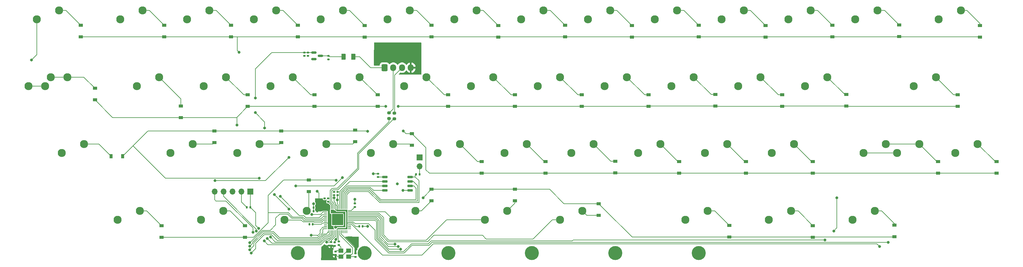
<source format=gbr>
%TF.GenerationSoftware,KiCad,Pcbnew,(6.0.6)*%
%TF.CreationDate,2022-08-10T17:00:59+02:00*%
%TF.ProjectId,rabid40,72616269-6434-4302-9e6b-696361645f70,rev?*%
%TF.SameCoordinates,Original*%
%TF.FileFunction,Copper,L2,Bot*%
%TF.FilePolarity,Positive*%
%FSLAX46Y46*%
G04 Gerber Fmt 4.6, Leading zero omitted, Abs format (unit mm)*
G04 Created by KiCad (PCBNEW (6.0.6)) date 2022-08-10 17:00:59*
%MOMM*%
%LPD*%
G01*
G04 APERTURE LIST*
G04 Aperture macros list*
%AMRoundRect*
0 Rectangle with rounded corners*
0 $1 Rounding radius*
0 $2 $3 $4 $5 $6 $7 $8 $9 X,Y pos of 4 corners*
0 Add a 4 corners polygon primitive as box body*
4,1,4,$2,$3,$4,$5,$6,$7,$8,$9,$2,$3,0*
0 Add four circle primitives for the rounded corners*
1,1,$1+$1,$2,$3*
1,1,$1+$1,$4,$5*
1,1,$1+$1,$6,$7*
1,1,$1+$1,$8,$9*
0 Add four rect primitives between the rounded corners*
20,1,$1+$1,$2,$3,$4,$5,0*
20,1,$1+$1,$4,$5,$6,$7,0*
20,1,$1+$1,$6,$7,$8,$9,0*
20,1,$1+$1,$8,$9,$2,$3,0*%
G04 Aperture macros list end*
%TA.AperFunction,ComponentPad*%
%ADD10C,2.300000*%
%TD*%
%TA.AperFunction,ComponentPad*%
%ADD11O,1.700000X1.950000*%
%TD*%
%TA.AperFunction,ComponentPad*%
%ADD12RoundRect,0.250000X-0.600000X-0.725000X0.600000X-0.725000X0.600000X0.725000X-0.600000X0.725000X0*%
%TD*%
%TA.AperFunction,ComponentPad*%
%ADD13O,1.700000X1.700000*%
%TD*%
%TA.AperFunction,ComponentPad*%
%ADD14R,1.700000X1.700000*%
%TD*%
%TA.AperFunction,ComponentPad*%
%ADD15C,4.000000*%
%TD*%
%TA.AperFunction,SMDPad,CuDef*%
%ADD16RoundRect,0.140000X0.170000X-0.140000X0.170000X0.140000X-0.170000X0.140000X-0.170000X-0.140000X0*%
%TD*%
%TA.AperFunction,SMDPad,CuDef*%
%ADD17R,1.200000X0.900000*%
%TD*%
%TA.AperFunction,ComponentPad*%
%ADD18C,0.600000*%
%TD*%
%TA.AperFunction,SMDPad,CuDef*%
%ADD19RoundRect,0.144000X1.456000X1.456000X-1.456000X1.456000X-1.456000X-1.456000X1.456000X-1.456000X0*%
%TD*%
%TA.AperFunction,SMDPad,CuDef*%
%ADD20RoundRect,0.050000X0.050000X0.387500X-0.050000X0.387500X-0.050000X-0.387500X0.050000X-0.387500X0*%
%TD*%
%TA.AperFunction,SMDPad,CuDef*%
%ADD21RoundRect,0.050000X0.387500X0.050000X-0.387500X0.050000X-0.387500X-0.050000X0.387500X-0.050000X0*%
%TD*%
%TA.AperFunction,SMDPad,CuDef*%
%ADD22RoundRect,0.135000X0.135000X0.185000X-0.135000X0.185000X-0.135000X-0.185000X0.135000X-0.185000X0*%
%TD*%
%TA.AperFunction,SMDPad,CuDef*%
%ADD23RoundRect,0.140000X-0.170000X0.140000X-0.170000X-0.140000X0.170000X-0.140000X0.170000X0.140000X0*%
%TD*%
%TA.AperFunction,SMDPad,CuDef*%
%ADD24RoundRect,0.140000X0.140000X0.170000X-0.140000X0.170000X-0.140000X-0.170000X0.140000X-0.170000X0*%
%TD*%
%TA.AperFunction,SMDPad,CuDef*%
%ADD25R,0.900000X1.200000*%
%TD*%
%TA.AperFunction,SMDPad,CuDef*%
%ADD26RoundRect,0.135000X0.185000X-0.135000X0.185000X0.135000X-0.185000X0.135000X-0.185000X-0.135000X0*%
%TD*%
%TA.AperFunction,SMDPad,CuDef*%
%ADD27RoundRect,0.150000X0.650000X0.150000X-0.650000X0.150000X-0.650000X-0.150000X0.650000X-0.150000X0*%
%TD*%
%TA.AperFunction,SMDPad,CuDef*%
%ADD28RoundRect,0.150000X-0.587500X-0.150000X0.587500X-0.150000X0.587500X0.150000X-0.587500X0.150000X0*%
%TD*%
%TA.AperFunction,SMDPad,CuDef*%
%ADD29R,1.400000X1.200000*%
%TD*%
%TA.AperFunction,SMDPad,CuDef*%
%ADD30RoundRect,0.200000X-0.275000X0.200000X-0.275000X-0.200000X0.275000X-0.200000X0.275000X0.200000X0*%
%TD*%
%TA.AperFunction,SMDPad,CuDef*%
%ADD31RoundRect,0.250000X0.375000X0.625000X-0.375000X0.625000X-0.375000X-0.625000X0.375000X-0.625000X0*%
%TD*%
%TA.AperFunction,SMDPad,CuDef*%
%ADD32RoundRect,0.135000X-0.135000X-0.185000X0.135000X-0.185000X0.135000X0.185000X-0.135000X0.185000X0*%
%TD*%
%TA.AperFunction,SMDPad,CuDef*%
%ADD33RoundRect,0.140000X-0.140000X-0.170000X0.140000X-0.170000X0.140000X0.170000X-0.140000X0.170000X0*%
%TD*%
%TA.AperFunction,ViaPad*%
%ADD34C,0.800000*%
%TD*%
%TA.AperFunction,Conductor*%
%ADD35C,0.200000*%
%TD*%
G04 APERTURE END LIST*
D10*
%TO.P,Alt1,1,1*%
%TO.N,Col3*%
X61307500Y-102543750D03*
%TO.P,Alt1,2,2*%
%TO.N,Net-(Alt1-Pad2)*%
X67657500Y-100003750D03*
%TD*%
%TO.P,Alt2,1,1*%
%TO.N,Col9*%
X223232500Y-102543750D03*
%TO.P,Alt2,2,2*%
%TO.N,Net-(Alt2-Pad2)*%
X229582500Y-100003750D03*
%TD*%
D11*
%TO.P,J2,4,Pin_4*%
%TO.N,GND*%
X121130000Y-59172500D03*
%TO.P,J2,3,Pin_3*%
%TO.N,D_P*%
X118630000Y-59172500D03*
%TO.P,J2,2,Pin_2*%
%TO.N,D_N*%
X116130000Y-59172500D03*
D12*
%TO.P,J2,1,Pin_1*%
%TO.N,VBUS*%
X113630000Y-59172500D03*
%TD*%
D10*
%TO.P,F2,2,2*%
%TO.N,Net-(D16-Pad2)*%
X106551250Y-61903750D03*
%TO.P,F2,1,1*%
%TO.N,Col4*%
X100201250Y-64443750D03*
%TD*%
%TO.P,P1,2,2*%
%TO.N,Net-(D39-Pad2)*%
X216088750Y-42853750D03*
%TO.P,P1,1,1*%
%TO.N,Col10*%
X209738750Y-45393750D03*
%TD*%
%TO.P,Q1,2,2*%
%TO.N,Net-(D4-Pad2)*%
X44638750Y-42853750D03*
%TO.P,Q1,1,1*%
%TO.N,Col1*%
X38288750Y-45393750D03*
%TD*%
%TO.P,W1,2,2*%
%TO.N,Net-(D7-Pad2)*%
X63688750Y-42853750D03*
%TO.P,W1,1,1*%
%TO.N,Col2*%
X57338750Y-45393750D03*
%TD*%
%TO.P,G1,1,1*%
%TO.N,Col5*%
X119251250Y-64443750D03*
%TO.P,G1,2,2*%
%TO.N,Net-(D20-Pad2)*%
X125601250Y-61903750D03*
%TD*%
%TO.P,D46,2,2*%
%TO.N,Net-(D12-Pad2)*%
X87501250Y-61903750D03*
%TO.P,D46,1,1*%
%TO.N,Col3*%
X81151250Y-64443750D03*
%TD*%
%TO.P,E1,2,2*%
%TO.N,Net-(D11-Pad2)*%
X82738750Y-42853750D03*
%TO.P,E1,1,1*%
%TO.N,Col3*%
X76388750Y-45393750D03*
%TD*%
%TO.P,;1,2,2*%
%TO.N,Net-(;1-Pad2)*%
X220851250Y-61903750D03*
%TO.P,;1,1,1*%
%TO.N,Col10*%
X214501250Y-64443750D03*
%TD*%
%TO.P,T1,2,2*%
%TO.N,Net-(D19-Pad2)*%
X120838750Y-42853750D03*
%TO.P,T1,1,1*%
%TO.N,Col5*%
X114488750Y-45393750D03*
%TD*%
%TO.P,J3,2,2*%
%TO.N,Net-(D28-Pad2)*%
X163701250Y-61903750D03*
%TO.P,J3,1,1*%
%TO.N,Col7*%
X157351250Y-64443750D03*
%TD*%
%TO.P,Win1,2,2*%
%TO.N,Net-(D10-Pad2)*%
X43845000Y-100003750D03*
%TO.P,Win1,1,1*%
%TO.N,Col2*%
X37495000Y-102543750D03*
%TD*%
D13*
%TO.P,J1,5,Pin_5*%
%TO.N,SWCLK*%
X65190000Y-94530000D03*
%TO.P,J1,4,Pin_4*%
%TO.N,SWD*%
X67730000Y-94530000D03*
%TO.P,J1,3,Pin_3*%
%TO.N,GND*%
X70270000Y-94530000D03*
%TO.P,J1,2,Pin_2*%
%TO.N,+3V3*%
X72810000Y-94530000D03*
D14*
%TO.P,J1,1,Pin_1*%
%TO.N,~{RESET}*%
X75350000Y-94530000D03*
%TD*%
D10*
%TO.P,H1,2,2*%
%TO.N,Net-(D24-Pad2)*%
X144651250Y-61903750D03*
%TO.P,H1,1,1*%
%TO.N,Col6*%
X138301250Y-64443750D03*
%TD*%
%TO.P,<1,2,2*%
%TO.N,Net-(<1-Pad2)*%
X192276250Y-80953750D03*
%TO.P,<1,1,1*%
%TO.N,Col8*%
X185926250Y-83493750D03*
%TD*%
D15*
%TO.P,Stab_Spc2.25,*%
%TO.N,*%
X107993520Y-112064148D03*
X131806020Y-112064148D03*
%TD*%
D10*
%TO.P,U4,2,2*%
%TO.N,Net-(D27-Pad2)*%
X158938750Y-42853750D03*
%TO.P,U4,1,1*%
%TO.N,Col7*%
X152588750Y-45393750D03*
%TD*%
%TO.P,L1,2,2*%
%TO.N,Net-(D36-Pad2)*%
X201801250Y-61903750D03*
%TO.P,L1,1,1*%
%TO.N,Col9*%
X195451250Y-64443750D03*
%TD*%
D15*
%TO.P,Stab_Spc7u1,*%
%TO.N,*%
X88930000Y-112068750D03*
X203230000Y-112068750D03*
%TD*%
D10*
%TO.P,Tab1,2,2*%
%TO.N,Net-(D1-Pad2)*%
X20826250Y-42853750D03*
%TO.P,Tab1,1,1*%
%TO.N,Col0*%
X14476250Y-45393750D03*
%TD*%
%TO.P,[1,2,2*%
%TO.N,Net-(D43-Pad2)*%
X235138750Y-42853750D03*
%TO.P,[1,1,1*%
%TO.N,Col11*%
X228788750Y-45393750D03*
%TD*%
%TO.P,I1,2,2*%
%TO.N,Net-(D31-Pad2)*%
X177988750Y-42853750D03*
%TO.P,I1,1,1*%
%TO.N,Col8*%
X171638750Y-45393750D03*
%TD*%
%TO.P,StepCtrl1,2,2*%
%TO.N,Net-(Ctrl1-Pad2)*%
X18445000Y-61903750D03*
%TO.P,StepCtrl1,1,1*%
%TO.N,Col0*%
X12095000Y-64443750D03*
%TD*%
%TO.P,V1,2,2*%
%TO.N,Net-(D17-Pad2)*%
X116076250Y-80953750D03*
%TO.P,V1,1,1*%
%TO.N,Col4*%
X109726250Y-83493750D03*
%TD*%
%TO.P,Shift3,2,2*%
%TO.N,Net-(D49-Pad2)*%
X266095000Y-80953750D03*
%TO.P,Shift3,1,1*%
%TO.N,Col12*%
X259745000Y-83493750D03*
%TD*%
%TO.P,Ctrl1,2,2*%
%TO.N,Net-(Ctrl1-Pad2)*%
X23207500Y-61903750D03*
%TO.P,Ctrl1,1,1*%
%TO.N,Col0*%
X16857500Y-64443750D03*
%TD*%
%TO.P,Bspc1,2,2*%
%TO.N,Net-(Bspc1-Pad2)*%
X278001250Y-42853750D03*
%TO.P,Bspc1,1,1*%
%TO.N,Col13*%
X271651250Y-45393750D03*
%TD*%
%TO.P,Space_7u1,2,2*%
%TO.N,Net-(D26-Pad2)*%
X148620000Y-100003750D03*
%TO.P,Space_7u1,1,1*%
%TO.N,Col6*%
X142270000Y-102543750D03*
%TD*%
%TO.P,Y2,2,2*%
%TO.N,Net-(D23-Pad2)*%
X139888750Y-42853750D03*
%TO.P,Y2,1,1*%
%TO.N,Col6*%
X133538750Y-45393750D03*
%TD*%
D15*
%TO.P,Stab_Spc2.75,*%
%TO.N,*%
X155605000Y-112068750D03*
X179417500Y-112068750D03*
%TD*%
D10*
%TO.P,Shift2,2,2*%
%TO.N,Net-(D49-Pad2)*%
X256570000Y-80953750D03*
%TO.P,Shift2,1,1*%
%TO.N,Col12*%
X250220000Y-83493750D03*
%TD*%
%TO.P,Space2.25,2,2*%
%TO.N,Net-(D22-Pad2)*%
X122426250Y-100003750D03*
%TO.P,Space2.25,1,1*%
%TO.N,Col5*%
X116076250Y-102543750D03*
%TD*%
%TO.P,Space2.75,2,2*%
%TO.N,Net-(D30-Pad2)*%
X170051250Y-100003750D03*
%TO.P,Space2.75,1,1*%
%TO.N,Col7*%
X163701250Y-102543750D03*
%TD*%
%TO.P,Fn1,2,2*%
%TO.N,Net-(D52-Pad2)*%
X282763750Y-80953750D03*
%TO.P,Fn1,1,1*%
%TO.N,Col13*%
X276413750Y-83493750D03*
%TD*%
%TO.P,B1,2,2*%
%TO.N,Net-(B1-Pad2)*%
X135126250Y-80953750D03*
%TO.P,B1,1,1*%
%TO.N,Col5*%
X128776250Y-83493750D03*
%TD*%
%TO.P,Shift1,2,2*%
%TO.N,Net-(D3-Pad2)*%
X27970000Y-80953750D03*
%TO.P,Shift1,1,1*%
%TO.N,Col0*%
X21620000Y-83493750D03*
%TD*%
%TO.P,M1,2,2*%
%TO.N,Net-(D29-Pad2)*%
X173226250Y-80953750D03*
%TO.P,M1,1,1*%
%TO.N,Col7*%
X166876250Y-83493750D03*
%TD*%
%TO.P,Z1,2,2*%
%TO.N,Net-(D6-Pad2)*%
X58926250Y-80953750D03*
%TO.P,Z1,1,1*%
%TO.N,Col1*%
X52576250Y-83493750D03*
%TD*%
%TO.P,C18,2,2*%
%TO.N,Net-(C18-Pad2)*%
X97026250Y-80953750D03*
%TO.P,C18,1,1*%
%TO.N,Col3*%
X90676250Y-83493750D03*
%TD*%
%TO.P,S1,2,2*%
%TO.N,Net-(D8-Pad2)*%
X68451250Y-61903750D03*
%TO.P,S1,1,1*%
%TO.N,Col2*%
X62101250Y-64443750D03*
%TD*%
%TO.P,A1,2,2*%
%TO.N,Net-(A1-Pad2)*%
X49401250Y-61903750D03*
%TO.P,A1,1,1*%
%TO.N,Col1*%
X43051250Y-64443750D03*
%TD*%
%TO.P,'1,2,2*%
%TO.N,Net-('1-Pad2)*%
X239901250Y-61903750D03*
%TO.P,'1,1,1*%
%TO.N,Col11*%
X233551250Y-64443750D03*
%TD*%
%TO.P,X1,2,2*%
%TO.N,Net-(D9-Pad2)*%
X77976250Y-80953750D03*
%TO.P,X1,1,1*%
%TO.N,Col2*%
X71626250Y-83493750D03*
%TD*%
%TO.P,/1,2,2*%
%TO.N,Net-(/1-Pad2)*%
X230376250Y-80953750D03*
%TO.P,/1,1,1*%
%TO.N,Col10*%
X224026250Y-83493750D03*
%TD*%
%TO.P,R6,2,2*%
%TO.N,Net-(D15-Pad2)*%
X101788750Y-42853750D03*
%TO.P,R6,1,1*%
%TO.N,Col4*%
X95438750Y-45393750D03*
%TD*%
%TO.P,RMod1,2,2*%
%TO.N,Net-(D34-Pad2)*%
X205770000Y-100003750D03*
%TO.P,RMod1,1,1*%
%TO.N,Col8*%
X199420000Y-102543750D03*
%TD*%
%TO.P,K1,2,2*%
%TO.N,Net-(D32-Pad2)*%
X182751250Y-61903750D03*
%TO.P,K1,1,1*%
%TO.N,Col8*%
X176401250Y-64443750D03*
%TD*%
%TO.P,Win2,2,2*%
%TO.N,Net-(D42-Pad2)*%
X253395000Y-100003750D03*
%TO.P,Win2,1,1*%
%TO.N,Col10*%
X247045000Y-102543750D03*
%TD*%
%TO.P,>1,2,2*%
%TO.N,Net-(>1-Pad2)*%
X211326250Y-80953750D03*
%TO.P,>1,1,1*%
%TO.N,Col9*%
X204976250Y-83493750D03*
%TD*%
%TO.P,N1,2,2*%
%TO.N,Net-(D25-Pad2)*%
X154176250Y-80953750D03*
%TO.P,N1,1,1*%
%TO.N,Col6*%
X147826250Y-83493750D03*
%TD*%
%TO.P,]1,2,2*%
%TO.N,Net-(D47-Pad2)*%
X254188750Y-42853750D03*
%TO.P,]1,1,1*%
%TO.N,Col12*%
X247838750Y-45393750D03*
%TD*%
%TO.P,Enter1,2,2*%
%TO.N,Net-(D48-Pad2)*%
X270857500Y-61903750D03*
%TO.P,Enter1,1,1*%
%TO.N,Col12*%
X264507500Y-64443750D03*
%TD*%
%TO.P,O1,2,2*%
%TO.N,Net-(D35-Pad2)*%
X197038750Y-42853750D03*
%TO.P,O1,1,1*%
%TO.N,Col9*%
X190688750Y-45393750D03*
%TD*%
%TO.P,LMod1,2,2*%
%TO.N,Net-(D18-Pad2)*%
X91470000Y-100003750D03*
%TO.P,LMod1,1,1*%
%TO.N,Col4*%
X85120000Y-102543750D03*
%TD*%
D16*
%TO.P,C11,2*%
%TO.N,+5V*%
X97667500Y-55831250D03*
%TO.P,C11,1*%
%TO.N,GND*%
X97667500Y-56791250D03*
%TD*%
D17*
%TO.P,D32,2,A*%
%TO.N,Net-(D32-Pad2)*%
X188942500Y-66921250D03*
%TO.P,D32,1,K*%
%TO.N,Row1*%
X188942500Y-70221250D03*
%TD*%
D18*
%TO.P,U1,57,GND*%
%TO.N,GND*%
X101530000Y-103772500D03*
X100255000Y-103772500D03*
X98980000Y-102497500D03*
X100255000Y-102497500D03*
D19*
X100255000Y-102497500D03*
D18*
X101530000Y-102497500D03*
X98980000Y-103772500D03*
X98980000Y-101222500D03*
X100255000Y-101222500D03*
X101530000Y-101222500D03*
D20*
%TO.P,U1,56,QSPI_SS_N*%
%TO.N,CS*%
X102855000Y-99060000D03*
%TO.P,U1,55,QSPI_SD1*%
%TO.N,SD1*%
X102455000Y-99060000D03*
%TO.P,U1,54,QSPI_SD2*%
%TO.N,SD2*%
X102055000Y-99060000D03*
%TO.P,U1,53,QSPI_SD0*%
%TO.N,SD0*%
X101655000Y-99060000D03*
%TO.P,U1,52,QSPI_SCLK*%
%TO.N,QSPI_CLK*%
X101255000Y-99060000D03*
%TO.P,U1,51,QSPI_SD3*%
%TO.N,SD3*%
X100855000Y-99060000D03*
%TO.P,U1,50,DVDD*%
%TO.N,+1V1*%
X100455000Y-99060000D03*
%TO.P,U1,49,IOVDD*%
%TO.N,+3V3*%
X100055000Y-99060000D03*
%TO.P,U1,48,USB_VDD*%
X99655000Y-99060000D03*
%TO.P,U1,47,D+*%
%TO.N,/D_+*%
X99255000Y-99060000D03*
%TO.P,U1,46,D-*%
%TO.N,/D_-*%
X98855000Y-99060000D03*
%TO.P,U1,45,VREG_VOUT*%
%TO.N,+1V1*%
X98455000Y-99060000D03*
%TO.P,U1,44,VREG_VIN*%
%TO.N,+3V3*%
X98055000Y-99060000D03*
%TO.P,U1,43,ADC_AVDD*%
X97655000Y-99060000D03*
D21*
%TO.P,U1,42,IOVDD*%
X96817500Y-99897500D03*
%TO.P,U1,41,GPIO29/ADC3*%
%TO.N,Row0*%
X96817500Y-100297500D03*
%TO.P,U1,40,GPIO28/ADC2*%
%TO.N,unconnected-(U1-Pad40)*%
X96817500Y-100697500D03*
%TO.P,U1,39,GPIO27/ADC1*%
%TO.N,Row2*%
X96817500Y-101097500D03*
%TO.P,U1,38,GPIO26/ADC0*%
%TO.N,Row3*%
X96817500Y-101497500D03*
%TO.P,U1,37,GPIO25*%
%TO.N,unconnected-(U1-Pad37)*%
X96817500Y-101897500D03*
%TO.P,U1,36,GPIO24*%
%TO.N,Col3*%
X96817500Y-102297500D03*
%TO.P,U1,35,GPIO23*%
%TO.N,Col4*%
X96817500Y-102697500D03*
%TO.P,U1,34,GPIO22*%
%TO.N,unconnected-(U1-Pad34)*%
X96817500Y-103097500D03*
%TO.P,U1,33,IOVDD*%
%TO.N,+3V3*%
X96817500Y-103497500D03*
%TO.P,U1,32,GPIO21*%
%TO.N,unconnected-(U1-Pad32)*%
X96817500Y-103897500D03*
%TO.P,U1,31,GPIO20*%
%TO.N,unconnected-(U1-Pad31)*%
X96817500Y-104297500D03*
%TO.P,U1,30,GPIO19*%
%TO.N,Row1*%
X96817500Y-104697500D03*
%TO.P,U1,29,GPIO18*%
%TO.N,Col2*%
X96817500Y-105097500D03*
D20*
%TO.P,U1,28,GPIO17*%
%TO.N,Col1*%
X97655000Y-105935000D03*
%TO.P,U1,27,GPIO16*%
%TO.N,Col0*%
X98055000Y-105935000D03*
%TO.P,U1,26,~{RUN}*%
%TO.N,~{RESET}*%
X98455000Y-105935000D03*
%TO.P,U1,25,SWDIO*%
%TO.N,SWD*%
X98855000Y-105935000D03*
%TO.P,U1,24,SWCLK*%
%TO.N,SWCLK*%
X99255000Y-105935000D03*
%TO.P,U1,23,DVDD*%
%TO.N,+1V1*%
X99655000Y-105935000D03*
%TO.P,U1,22,IOVDD*%
%TO.N,+3V3*%
X100055000Y-105935000D03*
%TO.P,U1,21,XTAL_OUT*%
%TO.N,XTAL_OUT*%
X100455000Y-105935000D03*
%TO.P,U1,20,XTAL_IN*%
%TO.N,XTAL_IN*%
X100855000Y-105935000D03*
%TO.P,U1,19,TESTEN*%
%TO.N,GND*%
X101255000Y-105935000D03*
%TO.P,U1,18,GPIO15*%
%TO.N,unconnected-(U1-Pad18)*%
X101655000Y-105935000D03*
%TO.P,U1,17,GPIO14*%
%TO.N,unconnected-(U1-Pad17)*%
X102055000Y-105935000D03*
%TO.P,U1,16,GPIO13*%
%TO.N,unconnected-(U1-Pad16)*%
X102455000Y-105935000D03*
%TO.P,U1,15,GPIO12*%
%TO.N,unconnected-(U1-Pad15)*%
X102855000Y-105935000D03*
D21*
%TO.P,U1,14,GPIO11*%
%TO.N,unconnected-(U1-Pad14)*%
X103692500Y-105097500D03*
%TO.P,U1,13,GPIO10*%
%TO.N,unconnected-(U1-Pad13)*%
X103692500Y-104697500D03*
%TO.P,U1,12,GPIO9*%
%TO.N,unconnected-(U1-Pad12)*%
X103692500Y-104297500D03*
%TO.P,U1,11,GPIO8*%
%TO.N,Col13*%
X103692500Y-103897500D03*
%TO.P,U1,10,IOVDD*%
%TO.N,+3V3*%
X103692500Y-103497500D03*
%TO.P,U1,9,GPIO7*%
%TO.N,Col12*%
X103692500Y-103097500D03*
%TO.P,U1,8,GPIO6*%
%TO.N,Col11*%
X103692500Y-102697500D03*
%TO.P,U1,7,GPIO5*%
%TO.N,Col10*%
X103692500Y-102297500D03*
%TO.P,U1,6,GPIO4*%
%TO.N,Col9*%
X103692500Y-101897500D03*
%TO.P,U1,5,GPIO3*%
%TO.N,Col8*%
X103692500Y-101497500D03*
%TO.P,U1,4,GPIO2*%
%TO.N,Col7*%
X103692500Y-101097500D03*
%TO.P,U1,3,GPIO1*%
%TO.N,Col6*%
X103692500Y-100697500D03*
%TO.P,U1,2,GPIO0*%
%TO.N,Col5*%
X103692500Y-100297500D03*
%TO.P,U1,1,IOVDD*%
%TO.N,+3V3*%
X103692500Y-99897500D03*
%TD*%
D17*
%TO.P,D1,2,A*%
%TO.N,Net-(D1-Pad2)*%
X27017500Y-47077500D03*
%TO.P,D1,1,K*%
%TO.N,Row0*%
X27017500Y-50377500D03*
%TD*%
%TO.P,D20,2,A*%
%TO.N,Net-(D20-Pad2)*%
X131792500Y-66921250D03*
%TO.P,D20,1,K*%
%TO.N,Row1*%
X131792500Y-70221250D03*
%TD*%
%TO.P,D44,2,A*%
%TO.N,Net-('1-Pad2)*%
X245298750Y-66858750D03*
%TO.P,D44,1,K*%
%TO.N,Row1*%
X245298750Y-70158750D03*
%TD*%
D16*
%TO.P,C6,2*%
%TO.N,GND*%
X96537500Y-96457500D03*
%TO.P,C6,1*%
%TO.N,+3V3*%
X96537500Y-97417500D03*
%TD*%
D17*
%TO.P,D39,2,A*%
%TO.N,Net-(D39-Pad2)*%
X222280000Y-47140000D03*
%TO.P,D39,1,K*%
%TO.N,Row0*%
X222280000Y-50440000D03*
%TD*%
%TO.P,D15,2,A*%
%TO.N,Net-(D15-Pad2)*%
X107980000Y-47140000D03*
%TO.P,D15,1,K*%
%TO.N,Row0*%
X107980000Y-50440000D03*
%TD*%
%TO.P,D26,2,A*%
%TO.N,Net-(D26-Pad2)*%
X150842500Y-97146250D03*
%TO.P,D26,1,K*%
%TO.N,Row3*%
X150842500Y-93846250D03*
%TD*%
%TO.P,D4,2,A*%
%TO.N,Net-(D4-Pad2)*%
X50830000Y-47077500D03*
%TO.P,D4,1,K*%
%TO.N,Row0*%
X50830000Y-50377500D03*
%TD*%
D22*
%TO.P,R4,2*%
%TO.N,CS*%
X122630000Y-89560000D03*
%TO.P,R4,1*%
%TO.N,/~{USB_BOOT}*%
X123650000Y-89560000D03*
%TD*%
D23*
%TO.P,C4,2*%
%TO.N,GND*%
X90787500Y-55851250D03*
%TO.P,C4,1*%
%TO.N,+3V3*%
X90787500Y-54891250D03*
%TD*%
D17*
%TO.P,D10,2,A*%
%TO.N,Net-(D10-Pad2)*%
X50036250Y-104227500D03*
%TO.P,D10,1,K*%
%TO.N,Row3*%
X50036250Y-107527500D03*
%TD*%
%TO.P,D24,2,A*%
%TO.N,Net-(D24-Pad2)*%
X150842500Y-66921250D03*
%TO.P,D24,1,K*%
%TO.N,Row1*%
X150842500Y-70221250D03*
%TD*%
D13*
%TO.P,SW7,2,2*%
%TO.N,/~{USB_BOOT}*%
X123630000Y-87300000D03*
D14*
%TO.P,SW7,1,1*%
%TO.N,GND*%
X123630000Y-84760000D03*
%TD*%
D24*
%TO.P,C5,2*%
%TO.N,GND*%
X93417500Y-99087500D03*
%TO.P,C5,1*%
%TO.N,+3V3*%
X94377500Y-99087500D03*
%TD*%
D17*
%TO.P,D28,2,A*%
%TO.N,Net-(D28-Pad2)*%
X169892500Y-66921250D03*
%TO.P,D28,1,K*%
%TO.N,Row1*%
X169892500Y-70221250D03*
%TD*%
%TO.P,D49,2,A*%
%TO.N,Net-(D49-Pad2)*%
X271492500Y-85971250D03*
%TO.P,D49,1,K*%
%TO.N,Row2*%
X271492500Y-89271250D03*
%TD*%
D25*
%TO.P,D3,2,A*%
%TO.N,Net-(D3-Pad2)*%
X35686250Y-84446250D03*
%TO.P,D3,1,K*%
%TO.N,Row2*%
X38986250Y-84446250D03*
%TD*%
D17*
%TO.P,D17,2,A*%
%TO.N,Net-(D17-Pad2)*%
X121473750Y-81333750D03*
%TO.P,D17,1,K*%
%TO.N,Row2*%
X121473750Y-78033750D03*
%TD*%
%TO.P,D47,2,A*%
%TO.N,Net-(D47-Pad2)*%
X260380000Y-47015000D03*
%TO.P,D47,1,K*%
%TO.N,Row0*%
X260380000Y-50315000D03*
%TD*%
%TO.P,D42,2,A*%
%TO.N,Net-(D42-Pad2)*%
X259025000Y-104100000D03*
%TO.P,D42,1,K*%
%TO.N,Row3*%
X259025000Y-107400000D03*
%TD*%
%TO.P,D50,2,A*%
%TO.N,Net-(Bspc1-Pad2)*%
X283398750Y-47140000D03*
%TO.P,D50,1,K*%
%TO.N,Row0*%
X283398750Y-50440000D03*
%TD*%
%TO.P,D8,2,A*%
%TO.N,Net-(D8-Pad2)*%
X74642500Y-66921250D03*
%TO.P,D8,1,K*%
%TO.N,Row1*%
X74642500Y-70221250D03*
%TD*%
D26*
%TO.P,R5,2*%
%TO.N,XTAL_OUT*%
X100627500Y-108717500D03*
%TO.P,R5,1*%
%TO.N,/XTAL_O*%
X100627500Y-109737500D03*
%TD*%
D17*
%TO.P,D48,2,A*%
%TO.N,Net-(D48-Pad2)*%
X277048750Y-66921250D03*
%TO.P,D48,1,K*%
%TO.N,Row1*%
X277048750Y-70221250D03*
%TD*%
%TO.P,D34,2,A*%
%TO.N,Net-(D34-Pad2)*%
X211961250Y-104165000D03*
%TO.P,D34,1,K*%
%TO.N,Row3*%
X211961250Y-107465000D03*
%TD*%
%TO.P,D30,2,A*%
%TO.N,Net-(D30-Pad2)*%
X174655000Y-101240000D03*
%TO.P,D30,1,K*%
%TO.N,Row3*%
X174655000Y-97940000D03*
%TD*%
D27*
%TO.P,U2,8,VCC*%
%TO.N,+3V3*%
X113687500Y-90377500D03*
%TO.P,U2,7,IO3*%
%TO.N,SD3*%
X113687500Y-91647500D03*
%TO.P,U2,6,CLK*%
%TO.N,QSPI_CLK*%
X113687500Y-92917500D03*
%TO.P,U2,5,DI(IO0)*%
%TO.N,SD0*%
X113687500Y-94187500D03*
%TO.P,U2,4,GND*%
%TO.N,GND*%
X120887500Y-94187500D03*
%TO.P,U2,3,IO2*%
%TO.N,SD2*%
X120887500Y-92917500D03*
%TO.P,U2,2,DO(IO1)*%
%TO.N,SD1*%
X120887500Y-91647500D03*
%TO.P,U2,1,~{CS}*%
%TO.N,CS*%
X120887500Y-90377500D03*
%TD*%
D17*
%TO.P,D23,2,A*%
%TO.N,Net-(D23-Pad2)*%
X146080000Y-47140000D03*
%TO.P,D23,1,K*%
%TO.N,Row0*%
X146080000Y-50440000D03*
%TD*%
%TO.P,D41,2,A*%
%TO.N,Net-(/1-Pad2)*%
X235773750Y-85971250D03*
%TO.P,D41,1,K*%
%TO.N,Row2*%
X235773750Y-89271250D03*
%TD*%
%TO.P,D9,2,A*%
%TO.N,Net-(D9-Pad2)*%
X84167500Y-80540000D03*
%TO.P,D9,1,K*%
%TO.N,Row2*%
X84167500Y-77240000D03*
%TD*%
%TO.P,D12,2,A*%
%TO.N,Net-(D12-Pad2)*%
X93692500Y-66921250D03*
%TO.P,D12,1,K*%
%TO.N,Row1*%
X93692500Y-70221250D03*
%TD*%
D28*
%TO.P,U3,3,VI*%
%TO.N,+5V*%
X95347500Y-55817500D03*
%TO.P,U3,2,VO*%
%TO.N,+3V3*%
X93472500Y-54867500D03*
%TO.P,U3,1,GND*%
%TO.N,GND*%
X93472500Y-56767500D03*
%TD*%
D17*
%TO.P,D43,2,A*%
%TO.N,Net-(D43-Pad2)*%
X241330000Y-47077500D03*
%TO.P,D43,1,K*%
%TO.N,Row0*%
X241330000Y-50377500D03*
%TD*%
D23*
%TO.P,C2,2*%
%TO.N,GND*%
X98390000Y-109880000D03*
%TO.P,C2,1*%
%TO.N,+1V1*%
X98390000Y-108920000D03*
%TD*%
D16*
%TO.P,C15,2*%
%TO.N,+3V3*%
X91807500Y-54891250D03*
%TO.P,C15,1*%
%TO.N,GND*%
X91807500Y-55851250D03*
%TD*%
D17*
%TO.P,D29,2,A*%
%TO.N,Net-(D29-Pad2)*%
X179417500Y-85908750D03*
%TO.P,D29,1,K*%
%TO.N,Row2*%
X179417500Y-89208750D03*
%TD*%
D24*
%TO.P,C7,2*%
%TO.N,GND*%
X93425000Y-100116250D03*
%TO.P,C7,1*%
%TO.N,+3V3*%
X94385000Y-100116250D03*
%TD*%
%TO.P,C10,2*%
%TO.N,GND*%
X92200000Y-103810000D03*
%TO.P,C10,1*%
%TO.N,+3V3*%
X93160000Y-103810000D03*
%TD*%
D29*
%TO.P,Y1,4,4*%
%TO.N,GND*%
X101237500Y-113077500D03*
%TO.P,Y1,3,3*%
%TO.N,XTAL_IN*%
X103437500Y-113077500D03*
%TO.P,Y1,2,2*%
%TO.N,GND*%
X103437500Y-111377500D03*
%TO.P,Y1,1,1*%
%TO.N,/XTAL_O*%
X101237500Y-111377500D03*
%TD*%
D17*
%TO.P,D36,2,A*%
%TO.N,Net-(D36-Pad2)*%
X207992500Y-66858750D03*
%TO.P,D36,1,K*%
%TO.N,Row1*%
X207992500Y-70158750D03*
%TD*%
D30*
%TO.P,R1,2*%
%TO.N,/D_+*%
X116420000Y-73770000D03*
%TO.P,R1,1*%
%TO.N,D_P*%
X116420000Y-72120000D03*
%TD*%
D31*
%TO.P,F1,2*%
%TO.N,+5V*%
X101953750Y-56040000D03*
%TO.P,F1,1*%
%TO.N,VBUS*%
X104753750Y-56040000D03*
%TD*%
D16*
%TO.P,C13,2*%
%TO.N,GND*%
X105177500Y-97927500D03*
%TO.P,C13,1*%
%TO.N,+3V3*%
X105177500Y-98887500D03*
%TD*%
D17*
%TO.P,D25,2,A*%
%TO.N,Net-(D25-Pad2)*%
X159573750Y-85971250D03*
%TO.P,D25,1,K*%
%TO.N,Row2*%
X159573750Y-89271250D03*
%TD*%
%TO.P,D14,2,A*%
%TO.N,Net-(Alt1-Pad2)*%
X73848750Y-104227500D03*
%TO.P,D14,1,K*%
%TO.N,Row3*%
X73848750Y-107527500D03*
%TD*%
%TO.P,D52,2,A*%
%TO.N,Net-(D52-Pad2)*%
X288161250Y-85971250D03*
%TO.P,D52,1,K*%
%TO.N,Row2*%
X288161250Y-89271250D03*
%TD*%
D16*
%TO.P,C1,2*%
%TO.N,GND*%
X100230000Y-94600000D03*
%TO.P,C1,1*%
%TO.N,+1V1*%
X100230000Y-95560000D03*
%TD*%
D17*
%TO.P,D6,2,A*%
%TO.N,Net-(D6-Pad2)*%
X65117500Y-80540000D03*
%TO.P,D6,1,K*%
%TO.N,Row2*%
X65117500Y-77240000D03*
%TD*%
%TO.P,D40,2,A*%
%TO.N,Net-(;1-Pad2)*%
X227042500Y-66921250D03*
%TO.P,D40,1,K*%
%TO.N,Row1*%
X227042500Y-70221250D03*
%TD*%
D32*
%TO.P,R3,2*%
%TO.N,~{RESET}*%
X75350000Y-98970000D03*
%TO.P,R3,1*%
%TO.N,+3V3*%
X74330000Y-98970000D03*
%TD*%
D17*
%TO.P,D19,2,A*%
%TO.N,Net-(D19-Pad2)*%
X127030000Y-47077500D03*
%TO.P,D19,1,K*%
%TO.N,Row0*%
X127030000Y-50377500D03*
%TD*%
%TO.P,D2,2,A*%
%TO.N,Net-(Ctrl1-Pad2)*%
X31050000Y-65060000D03*
%TO.P,D2,1,K*%
%TO.N,Row1*%
X31050000Y-68360000D03*
%TD*%
%TO.P,D18,2,A*%
%TO.N,Net-(D18-Pad2)*%
X92090000Y-94470000D03*
%TO.P,D18,1,K*%
%TO.N,Row3*%
X92090000Y-91170000D03*
%TD*%
%TO.P,D5,2,A*%
%TO.N,Net-(A1-Pad2)*%
X55592500Y-70096250D03*
%TO.P,D5,1,K*%
%TO.N,Row1*%
X55592500Y-73396250D03*
%TD*%
%TO.P,D21,2,A*%
%TO.N,Net-(B1-Pad2)*%
X141317500Y-85971250D03*
%TO.P,D21,1,K*%
%TO.N,Row2*%
X141317500Y-89271250D03*
%TD*%
%TO.P,D31,2,A*%
%TO.N,Net-(D31-Pad2)*%
X184180000Y-47140000D03*
%TO.P,D31,1,K*%
%TO.N,Row0*%
X184180000Y-50440000D03*
%TD*%
%TO.P,D16,2,A*%
%TO.N,Net-(D16-Pad2)*%
X111710000Y-66920000D03*
%TO.P,D16,1,K*%
%TO.N,Row1*%
X111710000Y-70220000D03*
%TD*%
%TO.P,D27,2,A*%
%TO.N,Net-(D27-Pad2)*%
X165130000Y-47077500D03*
%TO.P,D27,1,K*%
%TO.N,Row0*%
X165130000Y-50377500D03*
%TD*%
%TO.P,D13,2,A*%
%TO.N,Net-(C18-Pad2)*%
X105257500Y-80307500D03*
%TO.P,D13,1,K*%
%TO.N,Row2*%
X105257500Y-77007500D03*
%TD*%
%TO.P,D35,2,A*%
%TO.N,Net-(D35-Pad2)*%
X203230000Y-47077500D03*
%TO.P,D35,1,K*%
%TO.N,Row0*%
X203230000Y-50377500D03*
%TD*%
%TO.P,D38,2,A*%
%TO.N,Net-(Alt2-Pad2)*%
X235773750Y-104227500D03*
%TO.P,D38,1,K*%
%TO.N,Row3*%
X235773750Y-107527500D03*
%TD*%
D16*
%TO.P,C17,2*%
%TO.N,/XTAL_O*%
X99696250Y-111588750D03*
%TO.P,C17,1*%
%TO.N,GND*%
X99696250Y-112548750D03*
%TD*%
%TO.P,C8,2*%
%TO.N,GND*%
X111737500Y-89387500D03*
%TO.P,C8,1*%
%TO.N,+3V3*%
X111737500Y-90347500D03*
%TD*%
D17*
%TO.P,D11,2,A*%
%TO.N,Net-(D11-Pad2)*%
X88930000Y-47077500D03*
%TO.P,D11,1,K*%
%TO.N,Row0*%
X88930000Y-50377500D03*
%TD*%
D23*
%TO.P,C16,2*%
%TO.N,XTAL_IN*%
X105340000Y-113110000D03*
%TO.P,C16,1*%
%TO.N,GND*%
X105340000Y-112150000D03*
%TD*%
%TO.P,C14,2*%
%TO.N,GND*%
X99400000Y-109960000D03*
%TO.P,C14,1*%
%TO.N,+3V3*%
X99400000Y-109000000D03*
%TD*%
D30*
%TO.P,R2,2*%
%TO.N,/D_-*%
X114880000Y-73710000D03*
%TO.P,R2,1*%
%TO.N,D_N*%
X114880000Y-72060000D03*
%TD*%
D17*
%TO.P,D33,2,A*%
%TO.N,Net-(<1-Pad2)*%
X197673750Y-85971250D03*
%TO.P,D33,1,K*%
%TO.N,Row2*%
X197673750Y-89271250D03*
%TD*%
%TO.P,D22,2,A*%
%TO.N,Net-(D22-Pad2)*%
X127030000Y-97146250D03*
%TO.P,D22,1,K*%
%TO.N,Row3*%
X127030000Y-93846250D03*
%TD*%
D16*
%TO.P,C3,2*%
%TO.N,GND*%
X97537500Y-96457500D03*
%TO.P,C3,1*%
%TO.N,+1V1*%
X97537500Y-97417500D03*
%TD*%
%TO.P,C9,2*%
%TO.N,GND*%
X99210000Y-94580000D03*
%TO.P,C9,1*%
%TO.N,+3V3*%
X99210000Y-95540000D03*
%TD*%
D17*
%TO.P,D7,2,A*%
%TO.N,Net-(D7-Pad2)*%
X69880000Y-47077500D03*
%TO.P,D7,1,K*%
%TO.N,Row0*%
X69880000Y-50377500D03*
%TD*%
D33*
%TO.P,C12,2*%
%TO.N,GND*%
X107380000Y-104390000D03*
%TO.P,C12,1*%
%TO.N,+3V3*%
X106420000Y-104390000D03*
%TD*%
D17*
%TO.P,D37,2,A*%
%TO.N,Net-(>1-Pad2)*%
X216723750Y-85971250D03*
%TO.P,D37,1,K*%
%TO.N,Row2*%
X216723750Y-89271250D03*
%TD*%
D34*
%TO.N,Row1*%
X114020000Y-70240000D03*
X117560000Y-70240000D03*
%TO.N,Row2*%
X118960000Y-77250000D03*
X108850000Y-77280000D03*
%TO.N,*%
X117280000Y-92300000D03*
%TO.N,Col12*%
X257200000Y-109010000D03*
%TO.N,Col10*%
X118190373Y-110902186D03*
%TO.N,Col11*%
X241750000Y-105730000D03*
X242630000Y-96270000D03*
X239190000Y-108290000D03*
%TO.N,Col8*%
X116640000Y-109469500D03*
%TO.N,Col9*%
X117510000Y-110170000D03*
%TO.N,Col1*%
X75233523Y-111088240D03*
%TO.N,Col3*%
X65280000Y-91380000D03*
X86340000Y-84730000D03*
X75190000Y-109090000D03*
%TO.N,Col13*%
X254790000Y-110190000D03*
%TO.N,+1V1*%
X100150000Y-96910000D03*
X99400000Y-100298000D03*
X99660000Y-104697000D03*
X97170000Y-108880000D03*
X100150000Y-96910000D03*
X99660000Y-104697000D03*
%TO.N,GND*%
X105167500Y-96737500D03*
X105487500Y-110947500D03*
X98590000Y-110910000D03*
X99687500Y-113647500D03*
X93437500Y-97937500D03*
X110450000Y-89410000D03*
X108820000Y-104400000D03*
X118880000Y-94190000D03*
%TO.N,+3V3*%
X94420000Y-94430000D03*
X99755500Y-108110000D03*
X76830000Y-67830000D03*
X79460000Y-76380000D03*
X99262343Y-96288529D03*
X76810000Y-72000000D03*
%TO.N,Col0*%
X75610000Y-112030000D03*
X12980000Y-57000000D03*
%TO.N,Row0*%
X92917004Y-100987081D03*
X72120000Y-54820000D03*
%TO.N,Row1*%
X71570000Y-75550000D03*
X82230000Y-95320000D03*
X86420000Y-99470000D03*
X92720000Y-106957657D03*
%TO.N,Row2*%
X77910000Y-90680500D03*
X83930000Y-95890000D03*
%TO.N,Row3*%
X124610000Y-96250000D03*
X99840000Y-91250000D03*
%TO.N,Col4*%
X101600000Y-90490000D03*
X88320000Y-92880000D03*
%TO.N,~{RESET}*%
X81090000Y-107470500D03*
X77761480Y-105039277D03*
%TO.N,SWD*%
X77054725Y-105746032D03*
X80174030Y-107870500D03*
%TO.N,SWCLK*%
X76120000Y-106100000D03*
X79318087Y-108570000D03*
%TO.N,Col2*%
X75194692Y-110089492D03*
%TD*%
D35*
%TO.N,Row3*%
X258960000Y-107465000D02*
X259025000Y-107400000D01*
X211961250Y-107465000D02*
X258960000Y-107465000D01*
%TO.N,Net-(D42-Pad2)*%
X259025000Y-103666250D02*
X259025000Y-104100000D01*
X255362500Y-100003750D02*
X259025000Y-103666250D01*
X253395000Y-100003750D02*
X255362500Y-100003750D01*
%TO.N,D_P*%
X116530000Y-61272500D02*
X118630000Y-59172500D01*
X116530000Y-72010000D02*
X116530000Y-61272500D01*
X116420000Y-72120000D02*
X116530000Y-72010000D01*
%TO.N,D_N*%
X116130000Y-70930000D02*
X116130000Y-59172500D01*
X115000000Y-72060000D02*
X116130000Y-70930000D01*
X114880000Y-72060000D02*
X115000000Y-72060000D01*
%TO.N,+3V3*%
X95640000Y-103810000D02*
X93160000Y-103810000D01*
X95952500Y-103497500D02*
X95640000Y-103810000D01*
%TO.N,XTAL_IN*%
X103637500Y-113077500D02*
X103437500Y-113077500D01*
X104510000Y-112205000D02*
X103637500Y-113077500D01*
X104510000Y-110480000D02*
X104510000Y-112205000D01*
X100855000Y-106825000D02*
X104510000Y-110480000D01*
X100855000Y-105935000D02*
X100855000Y-106825000D01*
%TO.N,Row1*%
X150842500Y-70221250D02*
X131792500Y-70221250D01*
X169892500Y-70221250D02*
X150842500Y-70221250D01*
X169892500Y-70221250D02*
X188942500Y-70221250D01*
X207992500Y-70158750D02*
X189005000Y-70158750D01*
X189005000Y-70158750D02*
X188942500Y-70221250D01*
X208055000Y-70221250D02*
X207992500Y-70158750D01*
X227042500Y-70221250D02*
X208055000Y-70221250D01*
X227105000Y-70158750D02*
X227042500Y-70221250D01*
X245298750Y-70158750D02*
X227105000Y-70158750D01*
X245361250Y-70221250D02*
X245298750Y-70158750D01*
X277048750Y-70221250D02*
X245361250Y-70221250D01*
X93692500Y-70221250D02*
X74642500Y-70221250D01*
X93663750Y-70250000D02*
X93692500Y-70221250D01*
X74642500Y-70221250D02*
X74671250Y-70250000D01*
%TO.N,VBUS*%
X106490000Y-56040000D02*
X104753750Y-56040000D01*
X113630000Y-59172500D02*
X109622500Y-59172500D01*
X109622500Y-59172500D02*
X106490000Y-56040000D01*
%TO.N,D_N*%
X116010000Y-59010000D02*
X116020000Y-59000000D01*
%TO.N,/D_-*%
X105897157Y-83597157D02*
X114880000Y-74614314D01*
X114880000Y-74614314D02*
X114880000Y-73710000D01*
X105897157Y-87897157D02*
X105897157Y-83597157D01*
X100214314Y-93580000D02*
X105897157Y-87897157D01*
X98147500Y-94144560D02*
X98712060Y-93580000D01*
X98712060Y-93580000D02*
X100214314Y-93580000D01*
X98147500Y-97461814D02*
X98147500Y-94144560D01*
X98167843Y-97482157D02*
X98147500Y-97461814D01*
%TO.N,/D_+*%
X98562843Y-94294903D02*
X98877746Y-93980000D01*
X98562843Y-97311471D02*
X98562843Y-94294903D01*
X106310000Y-83750000D02*
X116290000Y-73770000D01*
X99255000Y-98003628D02*
X98562843Y-97311471D01*
X106310000Y-88050000D02*
X106310000Y-83750000D01*
X116290000Y-73770000D02*
X116420000Y-73770000D01*
X98877746Y-93980000D02*
X100380000Y-93980000D01*
X99255000Y-99060000D02*
X99255000Y-98003628D01*
X100380000Y-93980000D02*
X106310000Y-88050000D01*
%TO.N,Row1*%
X114000000Y-70220000D02*
X111710000Y-70220000D01*
X114020000Y-70240000D02*
X114000000Y-70220000D01*
X117578750Y-70221250D02*
X117560000Y-70240000D01*
X131792500Y-70221250D02*
X117578750Y-70221250D01*
X93692500Y-70221250D02*
X112742500Y-70221250D01*
X277017500Y-70190000D02*
X277048750Y-70221250D01*
X74642500Y-70221250D02*
X74673750Y-70190000D01*
%TO.N,Row2*%
X118960000Y-77250000D02*
X119743750Y-78033750D01*
X119743750Y-78033750D02*
X121473750Y-78033750D01*
X108810000Y-77240000D02*
X108850000Y-77280000D01*
X107400000Y-77240000D02*
X108810000Y-77240000D01*
X65117500Y-77240000D02*
X107400000Y-77240000D01*
%TO.N,/D_-*%
X98167843Y-97482157D02*
X98162843Y-97477157D01*
X98855000Y-98169314D02*
X98167843Y-97482157D01*
%TO.N,*%
X117280000Y-92290000D02*
X117280000Y-92300000D01*
%TO.N,Col12*%
X119500000Y-111785685D02*
X121435685Y-109850000D01*
X108630000Y-103630000D02*
X109039950Y-103630000D01*
X127130000Y-109010000D02*
X257200000Y-109010000D01*
X126320000Y-109850000D02*
X127050000Y-109120000D01*
X110920000Y-108130000D02*
X114520000Y-111730000D01*
X121435685Y-109850000D02*
X126320000Y-109850000D01*
X114520000Y-111730000D02*
X114810000Y-112020000D01*
X119265686Y-112020000D02*
X119500000Y-111785685D01*
X127050000Y-109090000D02*
X127130000Y-109010000D01*
X104697500Y-103097500D02*
X105230000Y-103630000D01*
X105230000Y-103630000D02*
X108630000Y-103630000D01*
X127050000Y-109120000D02*
X127050000Y-109090000D01*
X110920000Y-105510050D02*
X110920000Y-108130000D01*
X103692500Y-103097500D02*
X104663186Y-103097500D01*
X114810000Y-112020000D02*
X119265686Y-112020000D01*
X109039950Y-103630000D02*
X110920000Y-105510050D01*
X104663186Y-103097500D02*
X104697500Y-103097500D01*
X259745000Y-83493750D02*
X250220000Y-83493750D01*
%TO.N,Net-('1-Pad2)*%
X244856250Y-66858750D02*
X245298750Y-66858750D01*
X239901250Y-61903750D02*
X244856250Y-66858750D01*
%TO.N,Col10*%
X111720000Y-107765686D02*
X111720000Y-102925686D01*
X114856500Y-110902186D02*
X111720000Y-107765686D01*
X118190373Y-110902186D02*
X114856500Y-110902186D01*
X111091814Y-102297500D02*
X103692500Y-102297500D01*
X111720000Y-102925686D02*
X111091814Y-102297500D01*
%TO.N,Net-(/1-Pad2)*%
X235773750Y-85971250D02*
X235393750Y-85971250D01*
X235393750Y-85971250D02*
X230376250Y-80953750D01*
%TO.N,Col11*%
X114980000Y-111620000D02*
X111320000Y-107960000D01*
X110926128Y-102697500D02*
X103692500Y-102697500D01*
X167396890Y-108290000D02*
X167136890Y-108550000D01*
X119100000Y-111620000D02*
X114980000Y-111620000D01*
X167136890Y-108550000D02*
X126970000Y-108550000D01*
X126080000Y-109440000D02*
X121240000Y-109440000D01*
X126970000Y-108550000D02*
X126080000Y-109440000D01*
X121240000Y-109480000D02*
X119100000Y-111620000D01*
X111320000Y-107960000D02*
X111320000Y-103091372D01*
X121240000Y-109440000D02*
X121240000Y-109480000D01*
X239190000Y-108290000D02*
X167396890Y-108290000D01*
X111320000Y-103091372D02*
X110926128Y-102697500D01*
X242630000Y-96270000D02*
X242630000Y-104850000D01*
X242630000Y-104850000D02*
X241750000Y-105730000D01*
%TO.N,Col8*%
X111661814Y-101497500D02*
X112482157Y-102317843D01*
X112482157Y-102317843D02*
X112520000Y-102355686D01*
X103692500Y-101497500D02*
X111661814Y-101497500D01*
X112520000Y-107410000D02*
X114579500Y-109469500D01*
X112520000Y-102355686D02*
X112520000Y-107410000D01*
X114579500Y-109469500D02*
X116640000Y-109469500D01*
%TO.N,Net-(<1-Pad2)*%
X197673750Y-85971250D02*
X197293750Y-85971250D01*
X197293750Y-85971250D02*
X192276250Y-80953750D01*
%TO.N,Col9*%
X111257500Y-101897500D02*
X112120000Y-102760000D01*
X112120000Y-107600000D02*
X114460000Y-109940000D01*
X114460000Y-109940000D02*
X114690000Y-110170000D01*
X112120000Y-103690000D02*
X112120000Y-107600000D01*
X103692500Y-101897500D02*
X111257500Y-101897500D01*
X112120000Y-102760000D02*
X112120000Y-103690000D01*
X114690000Y-110170000D02*
X117510000Y-110170000D01*
%TO.N,Net-(>1-Pad2)*%
X216723750Y-85971250D02*
X216343750Y-85971250D01*
X216343750Y-85971250D02*
X211326250Y-80953750D01*
%TO.N,Col1*%
X97010000Y-106580000D02*
X96214314Y-106580000D01*
X76415686Y-109102812D02*
X76415686Y-109906077D01*
X94734314Y-108060000D02*
X83520000Y-108060000D01*
X79147998Y-106370500D02*
X76415686Y-109102812D01*
X97655000Y-105935000D02*
X97010000Y-106580000D01*
X81830500Y-106370500D02*
X79147998Y-106370500D01*
X76415686Y-109906077D02*
X75233523Y-111088240D01*
X83520000Y-108060000D02*
X81830500Y-106370500D01*
X96214314Y-106580000D02*
X94734314Y-108060000D01*
%TO.N,Net-(A1-Pad2)*%
X55592500Y-68095000D02*
X49401250Y-61903750D01*
X55592500Y-70096250D02*
X55592500Y-68095000D01*
%TO.N,Col3*%
X83780000Y-100900000D02*
X82600000Y-102080000D01*
X81050000Y-105560000D02*
X78795686Y-105560000D01*
X78795686Y-105560000D02*
X75265686Y-109090000D01*
X82600000Y-102080000D02*
X82600000Y-104010000D01*
X87263750Y-102143750D02*
X86020000Y-100900000D01*
X90063750Y-102143750D02*
X87263750Y-102143750D01*
X93745635Y-102780000D02*
X90700000Y-102780000D01*
X96021128Y-102297500D02*
X95518628Y-102800000D01*
X82600000Y-104010000D02*
X81050000Y-105560000D01*
X86020000Y-100900000D02*
X83780000Y-100900000D01*
X96817500Y-102297500D02*
X96021128Y-102297500D01*
X86340000Y-84730000D02*
X79690000Y-91380000D01*
X90700000Y-102780000D02*
X90063750Y-102143750D01*
X93765636Y-102800000D02*
X93745635Y-102780000D01*
X79690000Y-91380000D02*
X65280000Y-91380000D01*
X95518628Y-102800000D02*
X93765636Y-102800000D01*
X75265686Y-109090000D02*
X75190000Y-109090000D01*
%TO.N,Net-(Alt1-Pad2)*%
X67657500Y-100003750D02*
X69625000Y-100003750D01*
X69625000Y-100003750D02*
X73848750Y-104227500D01*
%TO.N,Net-(Alt2-Pad2)*%
X229582500Y-100003750D02*
X231550000Y-100003750D01*
X231550000Y-100003750D02*
X235773750Y-104227500D01*
%TO.N,Col5*%
X113830000Y-100297500D02*
X116076250Y-102543750D01*
X103692500Y-100297500D02*
X113830000Y-100297500D01*
%TO.N,Net-(B1-Pad2)*%
X140143750Y-85971250D02*
X141317500Y-85971250D01*
X135126250Y-80953750D02*
X140143750Y-85971250D01*
%TO.N,Col13*%
X104331815Y-103897500D02*
X103692500Y-103897500D01*
X254790000Y-110190000D02*
X254020000Y-109420000D01*
X254020000Y-109420000D02*
X127550000Y-109420000D01*
X113064314Y-112630000D02*
X104331815Y-103897500D01*
X124340000Y-112630000D02*
X113064314Y-112630000D01*
X127550000Y-109420000D02*
X124340000Y-112630000D01*
%TO.N,Net-(Bspc1-Pad2)*%
X278001250Y-42853750D02*
X279663750Y-42853750D01*
X283398750Y-46588750D02*
X283398750Y-47140000D01*
X279663750Y-42853750D02*
X283398750Y-46588750D01*
%TO.N,+1V1*%
X98390000Y-108920000D02*
X98390000Y-108485550D01*
X99650000Y-107410000D02*
X99655000Y-107405000D01*
X100150000Y-95640000D02*
X100150000Y-96910000D01*
X99465550Y-107410000D02*
X99650000Y-107410000D01*
X98455000Y-99060000D02*
X98455000Y-98335000D01*
X97177500Y-108887500D02*
X98357500Y-108887500D01*
X100230000Y-95560000D02*
X100150000Y-95640000D01*
X98390000Y-108485550D02*
X99465550Y-107410000D01*
X98455000Y-98335000D02*
X97537500Y-97417500D01*
X100455000Y-99060000D02*
X100455000Y-98305000D01*
X99655000Y-107405000D02*
X99655000Y-105935000D01*
X100150000Y-98000000D02*
X100150000Y-96910000D01*
X100455000Y-98305000D02*
X100150000Y-98000000D01*
X97170000Y-108880000D02*
X97177500Y-108887500D01*
%TO.N,GND*%
X105487500Y-110857500D02*
X101255000Y-106625000D01*
X100225000Y-113077500D02*
X99696250Y-112548750D01*
X105177500Y-96747500D02*
X105167500Y-96737500D01*
X99400000Y-109960000D02*
X99400000Y-110100000D01*
X118882500Y-94187500D02*
X118880000Y-94190000D01*
X101237500Y-113077500D02*
X100225000Y-113077500D01*
X99400000Y-110100000D02*
X98590000Y-110910000D01*
X98357500Y-109707500D02*
X98610000Y-109960000D01*
X105487500Y-110947500D02*
X105487500Y-110857500D01*
X101237500Y-113077500D02*
X101337500Y-113077500D01*
X111737500Y-89387500D02*
X110472500Y-89387500D01*
X98610000Y-109960000D02*
X99400000Y-109960000D01*
X120887500Y-94187500D02*
X118882500Y-94187500D01*
X101337500Y-113077500D02*
X103037500Y-111377500D01*
X105497500Y-110957500D02*
X105487500Y-110947500D01*
X101255000Y-106625000D02*
X101255000Y-105935000D01*
X105497500Y-112127500D02*
X105497500Y-110957500D01*
X93425000Y-100116250D02*
X93425000Y-97950000D01*
X105177500Y-97927500D02*
X105177500Y-96747500D01*
X110472500Y-89387500D02*
X110450000Y-89410000D01*
X103037500Y-111377500D02*
X103437500Y-111377500D01*
X99696250Y-112548750D02*
X99696250Y-113638750D01*
X99696250Y-113638750D02*
X99687500Y-113647500D01*
X107370000Y-104400000D02*
X108820000Y-104400000D01*
X93425000Y-97950000D02*
X93437500Y-97937500D01*
%TO.N,+3V3*%
X96817500Y-103497500D02*
X95952500Y-103497500D01*
X95518750Y-100116250D02*
X94385000Y-100116250D01*
X98055000Y-99060000D02*
X98055000Y-99300000D01*
X97457500Y-99897500D02*
X96817500Y-99897500D01*
X99238529Y-95568529D02*
X99210000Y-95540000D01*
X76830000Y-59530000D02*
X76830000Y-67830000D01*
X99238529Y-97421471D02*
X99238529Y-96288529D01*
X81468750Y-54891250D02*
X76890000Y-59470000D01*
X99655000Y-98185000D02*
X99655000Y-97837942D01*
X97655000Y-98535000D02*
X96537500Y-97417500D01*
X104167500Y-99897500D02*
X105177500Y-98887500D01*
X97837500Y-103497500D02*
X97840000Y-103500000D01*
X74330000Y-98970000D02*
X72840000Y-97480000D01*
X99655000Y-97837942D02*
X99238529Y-97421471D01*
X100055000Y-98585000D02*
X99655000Y-98185000D01*
X100055000Y-105935000D02*
X100055000Y-105291950D01*
X111767500Y-90377500D02*
X111737500Y-90347500D01*
X99655000Y-99060000D02*
X99655000Y-98185000D01*
X94385000Y-100116250D02*
X94385000Y-99095000D01*
X103692500Y-103497500D02*
X102927500Y-103497500D01*
X99238529Y-96288529D02*
X99262343Y-96288529D01*
X97655000Y-99060000D02*
X97655000Y-98535000D01*
X99755500Y-108110000D02*
X99755500Y-108389500D01*
X98055000Y-98935000D02*
X97655000Y-98535000D01*
X94930000Y-94940000D02*
X94930000Y-97250000D01*
X99755500Y-108389500D02*
X99407500Y-108737500D01*
X100055000Y-105291950D02*
X100078475Y-105268475D01*
X90787500Y-54891250D02*
X81468750Y-54891250D01*
X99238529Y-96288529D02*
X99238529Y-95568529D01*
X102927500Y-103497500D02*
X102920000Y-103490000D01*
X96817500Y-99897500D02*
X95737500Y-99897500D01*
X95737500Y-99897500D02*
X95518750Y-100116250D01*
X94385000Y-99095000D02*
X94377500Y-99087500D01*
X100055000Y-99805000D02*
X100040000Y-99820000D01*
X99655000Y-99060000D02*
X99655000Y-99635000D01*
X100055000Y-99060000D02*
X100055000Y-98585000D01*
X98055000Y-99060000D02*
X98055000Y-98935000D01*
X76810000Y-72000000D02*
X79460000Y-74650000D01*
X100055000Y-107810500D02*
X100055000Y-105935000D01*
X93448750Y-54891250D02*
X90787500Y-54891250D01*
X96817500Y-103497500D02*
X97837500Y-103497500D01*
X94420000Y-94430000D02*
X94930000Y-94940000D01*
X72840000Y-97480000D02*
X72840000Y-95075000D01*
X105460000Y-104460000D02*
X106210000Y-104460000D01*
X99755500Y-108110000D02*
X100055000Y-107810500D01*
X76890000Y-59470000D02*
X76830000Y-59530000D01*
X98055000Y-99300000D02*
X97457500Y-99897500D01*
X103692500Y-103497500D02*
X104497500Y-103497500D01*
X113687500Y-90377500D02*
X111767500Y-90377500D01*
X104497500Y-103497500D02*
X105460000Y-104460000D01*
X93472500Y-54867500D02*
X93448750Y-54891250D01*
X97655000Y-99060000D02*
X96817500Y-99897500D01*
X103692500Y-99897500D02*
X104167500Y-99897500D01*
X79460000Y-74650000D02*
X79460000Y-76380000D01*
X100055000Y-99060000D02*
X100055000Y-99805000D01*
%TO.N,+5V*%
X97876250Y-56040000D02*
X97667500Y-55831250D01*
X101953750Y-56040000D02*
X97876250Y-56040000D01*
X95361250Y-55831250D02*
X95347500Y-55817500D01*
X97667500Y-55831250D02*
X95361250Y-55831250D01*
%TO.N,XTAL_IN*%
X105487500Y-113077500D02*
X105497500Y-113087500D01*
X103437500Y-113077500D02*
X105487500Y-113077500D01*
%TO.N,/XTAL_O*%
X101237500Y-110347500D02*
X100627500Y-109737500D01*
X101237500Y-111377500D02*
X101237500Y-110347500D01*
X101237500Y-111377500D02*
X99907500Y-111377500D01*
X99907500Y-111377500D02*
X99696250Y-111588750D01*
%TO.N,Net-(C18-Pad2)*%
X97026250Y-80953750D02*
X104611250Y-80953750D01*
X104611250Y-80953750D02*
X105257500Y-80307500D01*
%TO.N,Col0*%
X81710000Y-107100000D02*
X81740000Y-107100000D01*
X81380500Y-106770500D02*
X81710000Y-107100000D01*
X98055000Y-105935000D02*
X98055000Y-106554314D01*
X16857500Y-64443750D02*
X12095000Y-64443750D01*
X98055000Y-106554314D02*
X97629314Y-106980000D01*
X83070000Y-108460000D02*
X81710000Y-107100000D01*
X96380000Y-106980000D02*
X94900000Y-108460000D01*
X97629314Y-106980000D02*
X96380000Y-106980000D01*
X75610000Y-112030000D02*
X76870000Y-110770000D01*
X94900000Y-108460000D02*
X83070000Y-108460000D01*
X76870000Y-109250000D02*
X79349500Y-106770500D01*
X14476250Y-45393750D02*
X14476250Y-55503750D01*
X76870000Y-110770000D02*
X76870000Y-109250000D01*
X79349500Y-106770500D02*
X81380500Y-106770500D01*
X14476250Y-55503750D02*
X12980000Y-57000000D01*
%TO.N,Net-(Ctrl1-Pad2)*%
X27893750Y-61903750D02*
X31050000Y-65060000D01*
X23207500Y-61903750D02*
X27893750Y-61903750D01*
X18445000Y-61903750D02*
X23207500Y-61903750D01*
%TO.N,Row0*%
X72120000Y-54820000D02*
X71607500Y-54307500D01*
X92917004Y-100987081D02*
X95417233Y-100987081D01*
X27017500Y-50377500D02*
X71607500Y-50377500D01*
X71607500Y-54307500D02*
X71607500Y-50377500D01*
X96106814Y-100297500D02*
X96817500Y-100297500D01*
X283336250Y-50377500D02*
X283398750Y-50440000D01*
X71607500Y-50377500D02*
X283336250Y-50377500D01*
X95417233Y-100987081D02*
X96106814Y-100297500D01*
%TO.N,Net-(D1-Pad2)*%
X22793750Y-42853750D02*
X27017500Y-47077500D01*
X20826250Y-42853750D02*
X22793750Y-42853750D01*
%TO.N,Row1*%
X71570000Y-73293750D02*
X71736875Y-73126875D01*
X71467500Y-73396250D02*
X71736875Y-73126875D01*
X96066814Y-104697500D02*
X95235001Y-105529313D01*
X96817500Y-104697500D02*
X96066814Y-104697500D01*
X71570000Y-75550000D02*
X71570000Y-73293750D01*
X36086250Y-73396250D02*
X31050000Y-68360000D01*
X95235001Y-106427941D02*
X94531471Y-107131471D01*
X94357657Y-106957657D02*
X92720000Y-106957657D01*
X94531471Y-107131471D02*
X94357657Y-106957657D01*
X71736875Y-73126875D02*
X74642500Y-70221250D01*
X55592500Y-73396250D02*
X71467500Y-73396250D01*
X55592500Y-73396250D02*
X36086250Y-73396250D01*
X95235001Y-105529313D02*
X95235001Y-106427941D01*
X86420000Y-99470000D02*
X82270000Y-95320000D01*
X82270000Y-95320000D02*
X82230000Y-95320000D01*
%TO.N,Row2*%
X95872500Y-101097500D02*
X96817500Y-101097500D01*
X126401250Y-89271250D02*
X141317500Y-89271250D01*
X159573750Y-89271250D02*
X288161250Y-89271250D01*
X91230000Y-101980000D02*
X94990000Y-101980000D01*
X125440000Y-88310000D02*
X126401250Y-89271250D01*
X125440000Y-82000000D02*
X125440000Y-88310000D01*
X89383750Y-101343750D02*
X90593750Y-101343750D01*
X38986250Y-84446250D02*
X41956250Y-81476250D01*
X141317500Y-89271250D02*
X159573750Y-89271250D01*
X46192500Y-77240000D02*
X65117500Y-77240000D01*
X94990000Y-101980000D02*
X95872500Y-101097500D01*
X41956250Y-81476250D02*
X51160500Y-90680500D01*
X83930000Y-95890000D02*
X89383750Y-101343750D01*
X90593750Y-101343750D02*
X91230000Y-101980000D01*
X41956250Y-81476250D02*
X46192500Y-77240000D01*
X121473750Y-78033750D02*
X125440000Y-82000000D01*
X51160500Y-90680500D02*
X77910000Y-90680500D01*
%TO.N,Net-(D3-Pad2)*%
X32193750Y-80953750D02*
X35686250Y-84446250D01*
X27970000Y-80953750D02*
X32193750Y-80953750D01*
%TO.N,Net-(D4-Pad2)*%
X46606250Y-42853750D02*
X50830000Y-47077500D01*
X44638750Y-42853750D02*
X46606250Y-42853750D01*
%TO.N,Net-(D6-Pad2)*%
X58926250Y-80953750D02*
X64703750Y-80953750D01*
X64703750Y-80953750D02*
X65117500Y-80540000D01*
%TO.N,Net-(D7-Pad2)*%
X65656250Y-42853750D02*
X69880000Y-47077500D01*
X63688750Y-42853750D02*
X65656250Y-42853750D01*
%TO.N,Net-(D8-Pad2)*%
X68451250Y-61903750D02*
X73468750Y-66921250D01*
X73468750Y-66921250D02*
X74642500Y-66921250D01*
%TO.N,Net-(D9-Pad2)*%
X77976250Y-80953750D02*
X83753750Y-80953750D01*
X83753750Y-80953750D02*
X84167500Y-80540000D01*
%TO.N,Row3*%
X174655000Y-97940000D02*
X176295000Y-99580000D01*
X176330000Y-99580000D02*
X184215000Y-107465000D01*
X80430000Y-103360000D02*
X80430000Y-100490000D01*
X96817500Y-101497500D02*
X96255442Y-101497500D01*
X50036250Y-107527500D02*
X73848750Y-107527500D01*
X76262500Y-107527500D02*
X80430000Y-103360000D01*
X80430000Y-100490000D02*
X80430000Y-95590000D01*
X95366471Y-102386471D02*
X95359999Y-102379999D01*
X160716250Y-93846250D02*
X164810000Y-97940000D01*
X164810000Y-97940000D02*
X174655000Y-97940000D01*
X184215000Y-107465000D02*
X211961250Y-107465000D01*
X150842500Y-93846250D02*
X160716250Y-93846250D01*
X92090000Y-91170000D02*
X99760000Y-91170000D01*
X87429436Y-101743750D02*
X86175686Y-100490000D01*
X99760000Y-91170000D02*
X99840000Y-91250000D01*
X95359999Y-102379999D02*
X90930000Y-102380000D01*
X124626250Y-96250000D02*
X127030000Y-93846250D01*
X96255442Y-101497500D02*
X95366471Y-102386471D01*
X127030000Y-93846250D02*
X150842500Y-93846250D01*
X176295000Y-99580000D02*
X176330000Y-99580000D01*
X73848750Y-107527500D02*
X76262500Y-107527500D01*
X86175686Y-100490000D02*
X80430000Y-100490000D01*
X124610000Y-96250000D02*
X124626250Y-96250000D01*
X80430000Y-95590000D02*
X84850000Y-91170000D01*
X90930000Y-102380000D02*
X90293750Y-101743750D01*
X90293750Y-101743750D02*
X87429436Y-101743750D01*
X84850000Y-91170000D02*
X92090000Y-91170000D01*
%TO.N,Net-(D10-Pad2)*%
X43845000Y-100003750D02*
X45812500Y-100003750D01*
X45812500Y-100003750D02*
X50036250Y-104227500D01*
%TO.N,Net-(D11-Pad2)*%
X82738750Y-42853750D02*
X84706250Y-42853750D01*
X84706250Y-42853750D02*
X88930000Y-47077500D01*
%TO.N,Net-(D12-Pad2)*%
X92518750Y-66921250D02*
X93692500Y-66921250D01*
X87501250Y-61903750D02*
X92518750Y-66921250D01*
%TO.N,Net-(D15-Pad2)*%
X103693750Y-42853750D02*
X107980000Y-47140000D01*
X101788750Y-42853750D02*
X103693750Y-42853750D01*
%TO.N,Net-(D16-Pad2)*%
X106551250Y-61903750D02*
X111568750Y-66921250D01*
%TO.N,Net-(D17-Pad2)*%
X116076250Y-80953750D02*
X121093750Y-80953750D01*
X121093750Y-80953750D02*
X121473750Y-81333750D01*
%TO.N,Net-(D18-Pad2)*%
X92090000Y-94470000D02*
X92090000Y-99383750D01*
X92090000Y-99383750D02*
X91470000Y-100003750D01*
%TO.N,Net-(D19-Pad2)*%
X120838750Y-42853750D02*
X122806250Y-42853750D01*
X122806250Y-42853750D02*
X127030000Y-47077500D01*
%TO.N,Net-(D20-Pad2)*%
X130618750Y-66921250D02*
X131792500Y-66921250D01*
X125601250Y-61903750D02*
X130618750Y-66921250D01*
%TO.N,Net-(D22-Pad2)*%
X124172500Y-100003750D02*
X127030000Y-97146250D01*
X122426250Y-100003750D02*
X124172500Y-100003750D01*
%TO.N,Net-(D23-Pad2)*%
X141793750Y-42853750D02*
X146080000Y-47140000D01*
X139888750Y-42853750D02*
X141793750Y-42853750D01*
%TO.N,Net-(D24-Pad2)*%
X149668750Y-66921250D02*
X150842500Y-66921250D01*
X144651250Y-61903750D02*
X149668750Y-66921250D01*
%TO.N,Net-(D25-Pad2)*%
X154176250Y-80953750D02*
X159193750Y-85971250D01*
X159193750Y-85971250D02*
X159573750Y-85971250D01*
%TO.N,Net-(D26-Pad2)*%
X150842500Y-97781250D02*
X150842500Y-97146250D01*
X148620000Y-100003750D02*
X150842500Y-97781250D01*
%TO.N,Net-(D27-Pad2)*%
X160906250Y-42853750D02*
X165130000Y-47077500D01*
X158938750Y-42853750D02*
X160906250Y-42853750D01*
%TO.N,Net-(D28-Pad2)*%
X163701250Y-61903750D02*
X168718750Y-66921250D01*
X168718750Y-66921250D02*
X169892500Y-66921250D01*
%TO.N,Net-(D29-Pad2)*%
X173226250Y-80953750D02*
X178181250Y-85908750D01*
X178181250Y-85908750D02*
X179417500Y-85908750D01*
%TO.N,Net-(D30-Pad2)*%
X174655000Y-101240000D02*
X171287500Y-101240000D01*
X171287500Y-101240000D02*
X170051250Y-100003750D01*
%TO.N,Net-(D31-Pad2)*%
X177988750Y-42853750D02*
X179893750Y-42853750D01*
X179893750Y-42853750D02*
X184180000Y-47140000D01*
%TO.N,Net-(D32-Pad2)*%
X182751250Y-61903750D02*
X187768750Y-66921250D01*
X187768750Y-66921250D02*
X188942500Y-66921250D01*
%TO.N,Net-(D34-Pad2)*%
X205770000Y-100003750D02*
X207800000Y-100003750D01*
X207800000Y-100003750D02*
X211961250Y-104165000D01*
%TO.N,Net-(D35-Pad2)*%
X197038750Y-42853750D02*
X199006250Y-42853750D01*
X199006250Y-42853750D02*
X203230000Y-47077500D01*
%TO.N,Net-(D36-Pad2)*%
X206756250Y-66858750D02*
X207992500Y-66858750D01*
X201801250Y-61903750D02*
X206756250Y-66858750D01*
%TO.N,Net-(D39-Pad2)*%
X216088750Y-42853750D02*
X217993750Y-42853750D01*
X217993750Y-42853750D02*
X222280000Y-47140000D01*
%TO.N,Net-(;1-Pad2)*%
X220851250Y-61903750D02*
X225868750Y-66921250D01*
X225868750Y-66921250D02*
X227042500Y-66921250D01*
%TO.N,Net-(D43-Pad2)*%
X237106250Y-42853750D02*
X241330000Y-47077500D01*
X235138750Y-42853750D02*
X237106250Y-42853750D01*
%TO.N,Net-(D47-Pad2)*%
X256218750Y-42853750D02*
X260380000Y-47015000D01*
X254188750Y-42853750D02*
X256218750Y-42853750D01*
%TO.N,Net-(D52-Pad2)*%
X287781250Y-85971250D02*
X288161250Y-85971250D01*
X282763750Y-80953750D02*
X287781250Y-85971250D01*
%TO.N,VBUS*%
X104841250Y-56127500D02*
X104753750Y-56040000D01*
%TO.N,Col4*%
X89880000Y-102620000D02*
X90440000Y-103180000D01*
X95684314Y-103200000D02*
X96186814Y-102697500D01*
X99210000Y-92880000D02*
X101600000Y-90490000D01*
X93579950Y-103180000D02*
X93599950Y-103200000D01*
X93599950Y-103200000D02*
X95684314Y-103200000D01*
X85196250Y-102620000D02*
X89880000Y-102620000D01*
X90440000Y-103180000D02*
X93579950Y-103180000D01*
X96186814Y-102697500D02*
X96817500Y-102697500D01*
X85120000Y-102543750D02*
X85196250Y-102620000D01*
X88320000Y-92880000D02*
X99210000Y-92880000D01*
%TO.N,Col6*%
X112067500Y-100697500D02*
X113350000Y-101980000D01*
X125470000Y-108370000D02*
X131296250Y-102543750D01*
X131296250Y-102543750D02*
X142270000Y-102543750D01*
X103692500Y-100697500D02*
X112067500Y-100697500D01*
X113350000Y-106860000D02*
X114860000Y-108370000D01*
X114860000Y-108370000D02*
X125470000Y-108370000D01*
X113350000Y-101980000D02*
X113350000Y-106860000D01*
%TO.N,~{RESET}*%
X98455000Y-105935000D02*
X98455000Y-106350000D01*
X98455000Y-106720000D02*
X98455000Y-105935000D01*
X81090000Y-107470500D02*
X82479500Y-108860000D01*
X82479500Y-108860000D02*
X95068678Y-108860000D01*
X95068678Y-108860000D02*
X96548678Y-107380000D01*
X76880000Y-100500000D02*
X75350000Y-98970000D01*
X75380000Y-98940000D02*
X75350000Y-98970000D01*
X96548678Y-107380000D02*
X97791320Y-107380000D01*
X97793161Y-107381839D02*
X98455000Y-106720000D01*
X76880000Y-104157797D02*
X76880000Y-100500000D01*
X77761480Y-105039277D02*
X76880000Y-104157797D01*
X75380000Y-95075000D02*
X75380000Y-98940000D01*
X97791320Y-107380000D02*
X97793161Y-107381839D01*
%TO.N,SWD*%
X96714364Y-107780000D02*
X97625635Y-107780000D01*
X97794907Y-107949271D02*
X98855000Y-106889178D01*
X97625635Y-107780000D02*
X97794907Y-107949271D01*
X95234364Y-109260000D02*
X96714364Y-107780000D01*
X80174030Y-107870500D02*
X81563530Y-109260000D01*
X67730000Y-95893065D02*
X67730000Y-94530000D01*
X81563530Y-109260000D02*
X95234364Y-109260000D01*
X98855000Y-106889178D02*
X98855000Y-105935000D01*
X77054725Y-105217790D02*
X67730000Y-95893065D01*
X77054725Y-105746032D02*
X77054725Y-105217790D01*
%TO.N,SWCLK*%
X68451250Y-97180000D02*
X65550000Y-97180000D01*
X76120000Y-104848750D02*
X68451250Y-97180000D01*
X80408087Y-109660000D02*
X95400050Y-109660000D01*
X96880050Y-108180000D02*
X97459950Y-108180000D01*
X79318087Y-108570000D02*
X80408087Y-109660000D01*
X76120000Y-106100000D02*
X76120000Y-104848750D01*
X97767450Y-108487500D02*
X97822364Y-108487500D01*
X97822364Y-108487500D02*
X99255000Y-107054864D01*
X99255000Y-107054864D02*
X99255000Y-105935000D01*
X65190000Y-96820000D02*
X65190000Y-94530000D01*
X65550000Y-97180000D02*
X65190000Y-96820000D01*
X97459950Y-108180000D02*
X97767450Y-108487500D01*
X95400050Y-109660000D02*
X96880050Y-108180000D01*
%TO.N,Col7*%
X112950000Y-102220000D02*
X112950000Y-107025686D01*
X125940000Y-108770000D02*
X127720000Y-106990000D01*
X111827500Y-101097500D02*
X112950000Y-102220000D01*
X114694315Y-108770000D02*
X125940000Y-108770000D01*
X141560000Y-106990000D02*
X142610000Y-108040000D01*
X161506425Y-102543750D02*
X163701250Y-102543750D01*
X142610000Y-108040000D02*
X156010175Y-108040000D01*
X112950000Y-107025686D02*
X114694315Y-108770000D01*
X127720000Y-106990000D02*
X141560000Y-106990000D01*
X156010175Y-108040000D02*
X161506425Y-102543750D01*
X103692500Y-101097500D02*
X111827500Y-101097500D01*
%TO.N,/D_-*%
X98855000Y-99060000D02*
X98855000Y-98169314D01*
%TO.N,/~{USB_BOOT}*%
X123630000Y-89530000D02*
X123630000Y-87300000D01*
%TO.N,CS*%
X112250000Y-97620000D02*
X123440000Y-97620000D01*
X123440000Y-92763604D02*
X123430000Y-92753604D01*
X123430000Y-91410000D02*
X122397500Y-90377500D01*
X102855000Y-95333116D02*
X103707869Y-94480247D01*
X122397500Y-90377500D02*
X120887500Y-90377500D01*
X123430000Y-92753604D02*
X123430000Y-91410000D01*
X122397500Y-90377500D02*
X122397500Y-89742500D01*
X103707869Y-94480247D02*
X109110247Y-94480247D01*
X109110247Y-94480247D02*
X112250000Y-97620000D01*
X123440000Y-97620000D02*
X123440000Y-92763604D01*
X102855000Y-99060000D02*
X102855000Y-95333116D01*
X122397500Y-89742500D02*
X122560000Y-89580000D01*
%TO.N,XTAL_OUT*%
X100627500Y-108717500D02*
X100455000Y-108545000D01*
X100455000Y-108545000D02*
X100455000Y-105935000D01*
%TO.N,Col2*%
X75194692Y-110089492D02*
X76015686Y-109268498D01*
X95990000Y-105340000D02*
X96232500Y-105097500D01*
X96232500Y-105097500D02*
X96817500Y-105097500D01*
X94571471Y-107657157D02*
X95990000Y-106238628D01*
X95990000Y-106238628D02*
X95990000Y-105340000D01*
X78961372Y-105960000D02*
X81985686Y-105960000D01*
X76015686Y-109268498D02*
X76015686Y-108905686D01*
X76015686Y-108905686D02*
X78961372Y-105960000D01*
X83682843Y-107657157D02*
X94571471Y-107657157D01*
X81985686Y-105960000D02*
X83682843Y-107657157D01*
%TO.N,Net-(D48-Pad2)*%
X270857500Y-61903750D02*
X275875000Y-66921250D01*
X275875000Y-66921250D02*
X277048750Y-66921250D01*
%TO.N,Net-(D49-Pad2)*%
X256570000Y-80953750D02*
X266095000Y-80953750D01*
X271112500Y-85971250D02*
X271492500Y-85971250D01*
X266095000Y-80953750D02*
X271112500Y-85971250D01*
%TO.N,SD3*%
X103712187Y-91647500D02*
X113687500Y-91647500D01*
X100855000Y-94504687D02*
X103712187Y-91647500D01*
X100855000Y-99060000D02*
X100855000Y-94504687D01*
%TO.N,QSPI_CLK*%
X101255000Y-99060000D02*
X101255000Y-94670373D01*
X101255000Y-94670373D02*
X103045127Y-92880247D01*
X113650247Y-92880247D02*
X113687500Y-92917500D01*
X103045127Y-92880247D02*
X113650247Y-92880247D01*
%TO.N,SD0*%
X110517058Y-94190000D02*
X113685000Y-94190000D01*
X101655000Y-94836059D02*
X103210812Y-93280247D01*
X109607305Y-93280247D02*
X110517058Y-94190000D01*
X113685000Y-94190000D02*
X113687500Y-94187500D01*
X101655000Y-99060000D02*
X101655000Y-94836059D01*
X103210812Y-93280247D02*
X109607305Y-93280247D01*
%TO.N,SD2*%
X120887500Y-92917500D02*
X122007500Y-92917500D01*
X122640000Y-93550000D02*
X122640000Y-96820000D01*
X103376498Y-93680247D02*
X102055000Y-95001745D01*
X102055000Y-95001745D02*
X102055000Y-99060000D01*
X112581372Y-96820000D02*
X109441619Y-93680247D01*
X122007500Y-92917500D02*
X122640000Y-93550000D01*
X109441619Y-93680247D02*
X103376498Y-93680247D01*
X122640000Y-96820000D02*
X112581372Y-96820000D01*
%TO.N,SD1*%
X123040000Y-97220000D02*
X123040000Y-92850000D01*
X103542184Y-94080247D02*
X109275933Y-94080247D01*
X112415686Y-97220000D02*
X123040000Y-97220000D01*
X102455000Y-99060000D02*
X102455000Y-95167430D01*
X102455000Y-95167430D02*
X103542184Y-94080247D01*
X123040000Y-92850000D02*
X121837500Y-91647500D01*
X109275933Y-94080247D02*
X112415686Y-97220000D01*
X121837500Y-91647500D02*
X120887500Y-91647500D01*
%TD*%
%TA.AperFunction,Conductor*%
%TO.N,+1V1*%
G36*
X98720145Y-99686029D02*
G01*
X98776756Y-99697290D01*
X98776757Y-99697290D01*
X98780326Y-99698000D01*
X98929674Y-99698000D01*
X98933243Y-99697290D01*
X98933244Y-99697290D01*
X98989855Y-99686029D01*
X99004292Y-99684607D01*
X99105708Y-99684607D01*
X99120145Y-99686029D01*
X99176756Y-99697290D01*
X99176757Y-99697290D01*
X99180326Y-99698000D01*
X99203500Y-99698000D01*
X99251066Y-99715313D01*
X99276376Y-99759150D01*
X99277500Y-99772000D01*
X99277500Y-100084607D01*
X99603500Y-100084607D01*
X99651066Y-100101920D01*
X99676376Y-100145757D01*
X99677500Y-100158607D01*
X99677500Y-100284607D01*
X102403500Y-100284607D01*
X102451066Y-100301920D01*
X102476376Y-100345757D01*
X102477500Y-100358607D01*
X102477500Y-104610607D01*
X102460187Y-104658173D01*
X102416350Y-104683483D01*
X102403500Y-104684607D01*
X100077500Y-104684607D01*
X100077500Y-104810607D01*
X100060187Y-104858173D01*
X100016350Y-104883483D01*
X100003500Y-104884607D01*
X99351500Y-104884607D01*
X99303934Y-104867294D01*
X99278624Y-104823457D01*
X99277500Y-104810607D01*
X99277500Y-104372000D01*
X99294813Y-104324434D01*
X99338650Y-104299124D01*
X99351500Y-104298000D01*
X101739151Y-104297999D01*
X101751362Y-104297999D01*
X101753769Y-104297682D01*
X101753771Y-104297682D01*
X101795927Y-104292133D01*
X101795929Y-104292133D01*
X101801539Y-104291394D01*
X101911645Y-104240051D01*
X101997551Y-104154145D01*
X102048894Y-104044039D01*
X102055500Y-103993863D01*
X102055499Y-101001138D01*
X102048894Y-100950961D01*
X101997551Y-100840855D01*
X101911645Y-100754949D01*
X101908258Y-100753370D01*
X101880022Y-100713045D01*
X101878277Y-100699789D01*
X101877500Y-100697654D01*
X101877500Y-100684607D01*
X98351500Y-100684607D01*
X98303934Y-100667294D01*
X98278624Y-100623457D01*
X98277500Y-100610607D01*
X98277500Y-99758607D01*
X98294813Y-99711041D01*
X98338650Y-99685731D01*
X98351500Y-99684607D01*
X98705708Y-99684607D01*
X98720145Y-99686029D01*
G37*
%TD.AperFunction*%
%TD*%
%TA.AperFunction,Conductor*%
%TO.N,+3V3*%
G36*
X99602575Y-99561662D02*
G01*
X99609490Y-99569285D01*
X99951090Y-99628257D01*
X100274375Y-99684068D01*
X100274381Y-99684068D01*
X100277500Y-99684607D01*
X100305708Y-99684607D01*
X100320145Y-99686029D01*
X100376756Y-99697290D01*
X100376757Y-99697290D01*
X100380326Y-99698000D01*
X100529674Y-99698000D01*
X100533243Y-99697290D01*
X100533244Y-99697290D01*
X100589855Y-99686029D01*
X100604292Y-99684607D01*
X100705708Y-99684607D01*
X100720145Y-99686029D01*
X100776756Y-99697290D01*
X100776757Y-99697290D01*
X100780326Y-99698000D01*
X100929674Y-99698000D01*
X100933243Y-99697290D01*
X100933244Y-99697290D01*
X100989855Y-99686029D01*
X101004292Y-99684607D01*
X101105708Y-99684607D01*
X101120145Y-99686029D01*
X101176756Y-99697290D01*
X101176757Y-99697290D01*
X101180326Y-99698000D01*
X101329674Y-99698000D01*
X101333243Y-99697290D01*
X101333244Y-99697290D01*
X101389855Y-99686029D01*
X101404292Y-99684607D01*
X101505708Y-99684607D01*
X101520145Y-99686029D01*
X101576756Y-99697290D01*
X101576757Y-99697290D01*
X101580326Y-99698000D01*
X101729674Y-99698000D01*
X101733243Y-99697290D01*
X101733244Y-99697290D01*
X101789855Y-99686029D01*
X101804292Y-99684607D01*
X101905708Y-99684607D01*
X101920145Y-99686029D01*
X101976756Y-99697290D01*
X101976757Y-99697290D01*
X101980326Y-99698000D01*
X102129674Y-99698000D01*
X102133243Y-99697290D01*
X102133244Y-99697290D01*
X102189855Y-99686029D01*
X102204292Y-99684607D01*
X102305708Y-99684607D01*
X102320145Y-99686029D01*
X102376756Y-99697290D01*
X102376757Y-99697290D01*
X102380326Y-99698000D01*
X102529674Y-99698000D01*
X102533243Y-99697290D01*
X102533244Y-99697290D01*
X102589855Y-99686029D01*
X102604292Y-99684607D01*
X102705708Y-99684607D01*
X102720145Y-99686029D01*
X102776756Y-99697290D01*
X102776757Y-99697290D01*
X102780326Y-99698000D01*
X102929674Y-99698000D01*
X102933241Y-99697291D01*
X102933246Y-99697290D01*
X102989064Y-99686187D01*
X103039093Y-99693887D01*
X103072469Y-99731945D01*
X103077500Y-99758765D01*
X103077500Y-100118318D01*
X103072184Y-100145046D01*
X103069034Y-100149760D01*
X103054500Y-100222826D01*
X103054500Y-100372174D01*
X103069034Y-100445240D01*
X103072184Y-100449954D01*
X103077500Y-100476684D01*
X103077500Y-100518316D01*
X103072184Y-100545046D01*
X103069034Y-100549760D01*
X103067612Y-100556909D01*
X103056931Y-100610607D01*
X103054500Y-100622826D01*
X103054500Y-100772174D01*
X103069034Y-100845240D01*
X103072184Y-100849954D01*
X103077500Y-100876684D01*
X103077500Y-100918316D01*
X103072184Y-100945046D01*
X103069034Y-100949760D01*
X103054500Y-101022826D01*
X103054500Y-101172174D01*
X103069034Y-101245240D01*
X103072184Y-101249954D01*
X103077500Y-101276684D01*
X103077500Y-101318316D01*
X103072184Y-101345046D01*
X103069034Y-101349760D01*
X103067612Y-101356909D01*
X103055985Y-101415363D01*
X103054500Y-101422826D01*
X103054500Y-101572174D01*
X103069034Y-101645240D01*
X103072184Y-101649954D01*
X103077500Y-101676684D01*
X103077500Y-101718316D01*
X103072184Y-101745046D01*
X103069034Y-101749760D01*
X103054500Y-101822826D01*
X103054500Y-101972174D01*
X103069034Y-102045240D01*
X103072184Y-102049954D01*
X103077500Y-102076684D01*
X103077500Y-102118316D01*
X103072184Y-102145046D01*
X103069034Y-102149760D01*
X103054500Y-102222826D01*
X103054500Y-102372174D01*
X103069034Y-102445240D01*
X103072184Y-102449954D01*
X103077500Y-102476684D01*
X103077500Y-102518316D01*
X103072184Y-102545046D01*
X103069034Y-102549760D01*
X103054500Y-102622826D01*
X103054500Y-102772174D01*
X103069034Y-102845240D01*
X103072184Y-102849954D01*
X103077500Y-102876684D01*
X103077500Y-102918316D01*
X103072184Y-102945046D01*
X103069034Y-102949760D01*
X103054500Y-103022826D01*
X103054500Y-103172174D01*
X103069034Y-103245240D01*
X103072184Y-103249954D01*
X103077500Y-103276682D01*
X103077500Y-103718318D01*
X103072184Y-103745046D01*
X103069034Y-103749760D01*
X103054500Y-103822826D01*
X103054500Y-103972174D01*
X103069034Y-104045240D01*
X103072184Y-104049954D01*
X103077500Y-104076684D01*
X103077500Y-104118316D01*
X103072184Y-104145046D01*
X103069034Y-104149760D01*
X103054500Y-104222826D01*
X103054500Y-104372174D01*
X103069034Y-104445240D01*
X103072184Y-104449954D01*
X103077500Y-104476684D01*
X103077500Y-104518316D01*
X103072184Y-104545046D01*
X103069034Y-104549760D01*
X103067612Y-104556909D01*
X103056931Y-104610607D01*
X103054500Y-104622826D01*
X103054500Y-104772174D01*
X103069034Y-104845240D01*
X103072184Y-104849954D01*
X103077500Y-104876684D01*
X103077500Y-104918316D01*
X103072184Y-104945046D01*
X103069034Y-104949760D01*
X103054500Y-105022826D01*
X103054500Y-105172174D01*
X103055209Y-105175741D01*
X103055210Y-105175746D01*
X103059273Y-105196171D01*
X103051573Y-105246200D01*
X103013515Y-105279576D01*
X102986695Y-105284607D01*
X100098642Y-105284607D01*
X100051076Y-105267294D01*
X100025766Y-105223457D01*
X100034556Y-105173607D01*
X100053594Y-105151899D01*
X100084431Y-105128237D01*
X100088282Y-105125282D01*
X100142951Y-105054036D01*
X100160740Y-105037426D01*
X100160930Y-105037300D01*
X100162939Y-105036140D01*
X100203674Y-105005285D01*
X100253293Y-104928460D01*
X100253877Y-104928837D01*
X100288106Y-104896279D01*
X100317693Y-104890107D01*
X102403500Y-104890107D01*
X102404295Y-104890072D01*
X102404308Y-104890072D01*
X102416048Y-104889559D01*
X102421407Y-104889325D01*
X102422199Y-104889256D01*
X102422210Y-104889255D01*
X102430233Y-104888553D01*
X102434257Y-104888201D01*
X102438108Y-104886987D01*
X102438112Y-104886986D01*
X102515245Y-104862666D01*
X102515244Y-104862666D01*
X102519102Y-104861450D01*
X102562939Y-104836140D01*
X102603674Y-104805285D01*
X102622754Y-104775744D01*
X102651039Y-104731951D01*
X102651041Y-104731946D01*
X102653293Y-104728460D01*
X102657954Y-104715656D01*
X102669501Y-104683929D01*
X102670606Y-104680894D01*
X102683000Y-104610607D01*
X102683000Y-100358607D01*
X102682218Y-100340700D01*
X102681094Y-100327850D01*
X102654343Y-100243005D01*
X102629033Y-100199168D01*
X102598178Y-100158433D01*
X102572758Y-100142015D01*
X102524844Y-100111068D01*
X102524839Y-100111066D01*
X102521353Y-100108814D01*
X102517449Y-100107393D01*
X102517447Y-100107392D01*
X102496044Y-100099602D01*
X102473787Y-100091501D01*
X102470613Y-100090941D01*
X102470608Y-100090940D01*
X102436356Y-100084901D01*
X102403500Y-100079107D01*
X100008753Y-100079107D01*
X99961187Y-100061794D01*
X99940386Y-100033425D01*
X99934566Y-100019375D01*
X99924536Y-99995159D01*
X99828282Y-99869718D01*
X99804716Y-99851635D01*
X99706689Y-99776416D01*
X99706685Y-99776414D01*
X99702841Y-99773464D01*
X99556762Y-99712956D01*
X99551957Y-99712323D01*
X99547694Y-99711181D01*
X99506229Y-99682147D01*
X99493129Y-99633253D01*
X99505321Y-99598587D01*
X99512170Y-99588338D01*
X99552993Y-99558409D01*
X99602575Y-99561662D01*
G37*
%TD.AperFunction*%
%TA.AperFunction,Conductor*%
G36*
X96000254Y-96431773D02*
G01*
X96025804Y-96475471D01*
X96027000Y-96488721D01*
X96027001Y-96607159D01*
X96027001Y-96637400D01*
X96033528Y-96686987D01*
X96084276Y-96795816D01*
X96169184Y-96880724D01*
X96278013Y-96931472D01*
X96327599Y-96938000D01*
X96537413Y-96938000D01*
X96747400Y-96937999D01*
X96749807Y-96937682D01*
X96749810Y-96937682D01*
X96791375Y-96932211D01*
X96791377Y-96932210D01*
X96796987Y-96931472D01*
X96802114Y-96929081D01*
X96802115Y-96929081D01*
X96889644Y-96888265D01*
X96905816Y-96880724D01*
X96985174Y-96801366D01*
X97031050Y-96779974D01*
X97079945Y-96793075D01*
X97089826Y-96801366D01*
X97169184Y-96880724D01*
X97169551Y-96880895D01*
X97174789Y-96885512D01*
X97177288Y-96888265D01*
X97196440Y-96935121D01*
X97180992Y-96983325D01*
X97169801Y-96993988D01*
X97169184Y-96994276D01*
X97084276Y-97079184D01*
X97033528Y-97188013D01*
X97027000Y-97237599D01*
X97027001Y-97597400D01*
X97033528Y-97646987D01*
X97084276Y-97755816D01*
X97169184Y-97840724D01*
X97278013Y-97891472D01*
X97327599Y-97898000D01*
X97347081Y-97898000D01*
X97562376Y-97897999D01*
X97609942Y-97915312D01*
X97614702Y-97919673D01*
X98132826Y-98437797D01*
X98154218Y-98483673D01*
X98154500Y-98490123D01*
X98154500Y-99472174D01*
X98155210Y-99475743D01*
X98155210Y-99475744D01*
X98161867Y-99509209D01*
X98154167Y-99559239D01*
X98150950Y-99563686D01*
X98151326Y-99563929D01*
X98103961Y-99637263D01*
X98103959Y-99637268D01*
X98101707Y-99640754D01*
X98084394Y-99688320D01*
X98072000Y-99758607D01*
X98072000Y-100610607D01*
X98072782Y-100628514D01*
X98073906Y-100641364D01*
X98075120Y-100645215D01*
X98075121Y-100645219D01*
X98095654Y-100710342D01*
X98100657Y-100726209D01*
X98125967Y-100770046D01*
X98156822Y-100810781D01*
X98162257Y-100814291D01*
X98230156Y-100858146D01*
X98230161Y-100858148D01*
X98233647Y-100860400D01*
X98237551Y-100861821D01*
X98237553Y-100861822D01*
X98257045Y-100868917D01*
X98281213Y-100877713D01*
X98284387Y-100878273D01*
X98284392Y-100878274D01*
X98318644Y-100884313D01*
X98351500Y-100890107D01*
X98384737Y-100890107D01*
X98432303Y-100907420D01*
X98457613Y-100951257D01*
X98458104Y-100973763D01*
X98454500Y-101001137D01*
X98454501Y-103993862D01*
X98454818Y-103996269D01*
X98454818Y-103996271D01*
X98459783Y-104033985D01*
X98461106Y-104044039D01*
X98512449Y-104154145D01*
X98598355Y-104240051D01*
X98708461Y-104291394D01*
X98758637Y-104298000D01*
X98998000Y-104298000D01*
X99045566Y-104315313D01*
X99070876Y-104359150D01*
X99072000Y-104372000D01*
X99072000Y-104557840D01*
X99071367Y-104567499D01*
X99054318Y-104697000D01*
X99074956Y-104853762D01*
X99076810Y-104858239D01*
X99076812Y-104858245D01*
X99085691Y-104879682D01*
X99087898Y-104885745D01*
X99091220Y-104896279D01*
X99100657Y-104926209D01*
X99113479Y-104948417D01*
X99117752Y-104957080D01*
X99135464Y-104999841D01*
X99231718Y-105125282D01*
X99235569Y-105128237D01*
X99266406Y-105151899D01*
X99293604Y-105194590D01*
X99286997Y-105244776D01*
X99249677Y-105278974D01*
X99221358Y-105284607D01*
X97551904Y-105284607D01*
X97504338Y-105267294D01*
X97479028Y-105223457D01*
X97477905Y-105210204D01*
X97505679Y-100106424D01*
X97505750Y-100093375D01*
X97440718Y-100093375D01*
X97393152Y-100076062D01*
X97389469Y-100072687D01*
X97385601Y-100066899D01*
X97355348Y-100046685D01*
X97308799Y-100015582D01*
X97308797Y-100015581D01*
X97302740Y-100011534D01*
X97295595Y-100010113D01*
X97295593Y-100010112D01*
X97233244Y-99997710D01*
X97233243Y-99997710D01*
X97229674Y-99997000D01*
X96161381Y-99997000D01*
X96155908Y-99996598D01*
X96151472Y-99995075D01*
X96144648Y-99995331D01*
X96144647Y-99995331D01*
X96101573Y-99996948D01*
X96098797Y-99997000D01*
X96078866Y-99997000D01*
X96075514Y-99997624D01*
X96072123Y-99997937D01*
X96072105Y-99997747D01*
X96068059Y-99998206D01*
X96039606Y-99999274D01*
X96033329Y-100001971D01*
X96033324Y-100001972D01*
X96026471Y-100004916D01*
X96010812Y-100009674D01*
X96005945Y-100010580D01*
X95996761Y-100012291D01*
X95990946Y-100015876D01*
X95990942Y-100015877D01*
X95972524Y-100027230D01*
X95962907Y-100032226D01*
X95941552Y-100041401D01*
X95941550Y-100041402D01*
X95936751Y-100043464D01*
X95931865Y-100047478D01*
X95925434Y-100053909D01*
X95911939Y-100064576D01*
X95901466Y-100071032D01*
X95898737Y-100074621D01*
X95850133Y-100093375D01*
X93979499Y-100093375D01*
X93931933Y-100076062D01*
X93906623Y-100032225D01*
X93905499Y-100019375D01*
X93905499Y-99906350D01*
X93901184Y-99873569D01*
X93899711Y-99862375D01*
X93899710Y-99862373D01*
X93898972Y-99856763D01*
X93848224Y-99747934D01*
X93843646Y-99743356D01*
X93839933Y-99738053D01*
X93842569Y-99736207D01*
X93826482Y-99701708D01*
X93826203Y-99694618D01*
X93827382Y-99558409D01*
X93827932Y-99494821D01*
X93840270Y-99456270D01*
X93840724Y-99455816D01*
X93891472Y-99346987D01*
X93898000Y-99297401D01*
X93897999Y-98877600D01*
X93891472Y-98828013D01*
X93889081Y-98822885D01*
X93841834Y-98721563D01*
X93834904Y-98689648D01*
X93837208Y-98423474D01*
X93854932Y-98376060D01*
X93858879Y-98371789D01*
X93861931Y-98368737D01*
X93865782Y-98365782D01*
X93868737Y-98361931D01*
X93959084Y-98244189D01*
X93959086Y-98244185D01*
X93962036Y-98240341D01*
X94022544Y-98094262D01*
X94031275Y-98027948D01*
X94042549Y-97942308D01*
X94043182Y-97937500D01*
X94036807Y-97889079D01*
X94023177Y-97785543D01*
X94023176Y-97785540D01*
X94022544Y-97780738D01*
X93962036Y-97634659D01*
X93959086Y-97630815D01*
X93959084Y-97630811D01*
X93868737Y-97513069D01*
X93865782Y-97509218D01*
X93866045Y-97509016D01*
X93845841Y-97465689D01*
X93845562Y-97458598D01*
X93848796Y-97085050D01*
X93853868Y-96499206D01*
X93871592Y-96451793D01*
X93915646Y-96426864D01*
X93927456Y-96425849D01*
X95952593Y-96414722D01*
X96000254Y-96431773D01*
G37*
%TD.AperFunction*%
%TD*%
%TA.AperFunction,Conductor*%
%TO.N,GND*%
G36*
X96504642Y-109520123D02*
G01*
X96548837Y-109550186D01*
X96549420Y-109549539D01*
X96554159Y-109553806D01*
X96554240Y-109553861D01*
X96554325Y-109553955D01*
X96558747Y-109558866D01*
X96564089Y-109562747D01*
X96564091Y-109562749D01*
X96697945Y-109660000D01*
X96713248Y-109671118D01*
X96719276Y-109673802D01*
X96719278Y-109673803D01*
X96881681Y-109746109D01*
X96887712Y-109748794D01*
X96981112Y-109768647D01*
X97068056Y-109787128D01*
X97068061Y-109787128D01*
X97074513Y-109788500D01*
X97265487Y-109788500D01*
X97271939Y-109787128D01*
X97271944Y-109787128D01*
X97358888Y-109768647D01*
X97452288Y-109748794D01*
X97458319Y-109746109D01*
X97620722Y-109673803D01*
X97620724Y-109673802D01*
X97626752Y-109671118D01*
X97655731Y-109650063D01*
X97722597Y-109626206D01*
X97729791Y-109626000D01*
X97868621Y-109626000D01*
X97932760Y-109643546D01*
X97949186Y-109653260D01*
X97960403Y-109659894D01*
X97968014Y-109662105D01*
X97968016Y-109662106D01*
X98007941Y-109673705D01*
X98117746Y-109705606D01*
X98124151Y-109706110D01*
X98124156Y-109706111D01*
X98152060Y-109708307D01*
X98152068Y-109708307D01*
X98154516Y-109708500D01*
X98625484Y-109708500D01*
X98627932Y-109708307D01*
X98627940Y-109708307D01*
X98655844Y-109706111D01*
X98655849Y-109706110D01*
X98662254Y-109705606D01*
X98668430Y-109703812D01*
X98668434Y-109703811D01*
X98777654Y-109672080D01*
X98848650Y-109672283D01*
X98876945Y-109684624D01*
X98963574Y-109735856D01*
X98963578Y-109735858D01*
X98970403Y-109739894D01*
X98978014Y-109742105D01*
X98978016Y-109742106D01*
X99028995Y-109756916D01*
X99127746Y-109785606D01*
X99134151Y-109786110D01*
X99134156Y-109786111D01*
X99162060Y-109788307D01*
X99162068Y-109788307D01*
X99164516Y-109788500D01*
X99528000Y-109788500D01*
X99596121Y-109808502D01*
X99642614Y-109862158D01*
X99654000Y-109914500D01*
X99654000Y-110088000D01*
X99633998Y-110156121D01*
X99580342Y-110202614D01*
X99528000Y-110214000D01*
X98662115Y-110214000D01*
X98646876Y-110218475D01*
X98645671Y-110219865D01*
X98644000Y-110227548D01*
X98644000Y-110648424D01*
X98648344Y-110663219D01*
X98658775Y-110665063D01*
X98668356Y-110663313D01*
X98777720Y-110631539D01*
X98848717Y-110631742D01*
X98877013Y-110644083D01*
X98963774Y-110695393D01*
X98978214Y-110701642D01*
X99066545Y-110727305D01*
X99126380Y-110765518D01*
X99156057Y-110830015D01*
X99146153Y-110900317D01*
X99120486Y-110937397D01*
X99009762Y-111048121D01*
X98926356Y-111189153D01*
X98880644Y-111346496D01*
X98877750Y-111383266D01*
X98877750Y-111794234D01*
X98880644Y-111831004D01*
X98882439Y-111837181D01*
X98916073Y-111952951D01*
X98926356Y-111988347D01*
X98930393Y-111995173D01*
X98936265Y-112005103D01*
X98953724Y-112073920D01*
X98936266Y-112133378D01*
X98930855Y-112142528D01*
X98924607Y-112156966D01*
X98889631Y-112277355D01*
X98889671Y-112291455D01*
X98896941Y-112294750D01*
X99174871Y-112294750D01*
X99239010Y-112312296D01*
X99266653Y-112328644D01*
X99274264Y-112330855D01*
X99274266Y-112330856D01*
X99308360Y-112340761D01*
X99423996Y-112374356D01*
X99430401Y-112374860D01*
X99430406Y-112374861D01*
X99458310Y-112377057D01*
X99458318Y-112377057D01*
X99460766Y-112377250D01*
X99824250Y-112377250D01*
X99892371Y-112397252D01*
X99938864Y-112450908D01*
X99950250Y-112503250D01*
X99950250Y-113317174D01*
X99954725Y-113332413D01*
X99978855Y-113353322D01*
X99989038Y-113358375D01*
X100025478Y-113419307D01*
X100029501Y-113450892D01*
X100029501Y-113722169D01*
X100029871Y-113728990D01*
X100035395Y-113779852D01*
X100039021Y-113795104D01*
X100087328Y-113923962D01*
X100084088Y-113925177D01*
X100095692Y-113978249D01*
X100070952Y-114044796D01*
X100014162Y-114087403D01*
X99970007Y-114095394D01*
X98489636Y-114095430D01*
X95680846Y-114095499D01*
X95612727Y-114075499D01*
X95566233Y-114021844D01*
X95554885Y-113966322D01*
X95555072Y-113958928D01*
X95583934Y-112814621D01*
X98888026Y-112814621D01*
X98924607Y-112940534D01*
X98930854Y-112954970D01*
X99006126Y-113082249D01*
X99015766Y-113094676D01*
X99120324Y-113199234D01*
X99132751Y-113208874D01*
X99260030Y-113284146D01*
X99274466Y-113290393D01*
X99417891Y-113332062D01*
X99425859Y-113333518D01*
X99439281Y-113330698D01*
X99442250Y-113319237D01*
X99442250Y-112820865D01*
X99437775Y-112805626D01*
X99436385Y-112804421D01*
X99428702Y-112802750D01*
X98902692Y-112802750D01*
X98889161Y-112806723D01*
X98888026Y-112814621D01*
X95583934Y-112814621D01*
X95624740Y-111196766D01*
X95647506Y-110294178D01*
X95669219Y-110226583D01*
X95706926Y-110191524D01*
X95706931Y-110191520D01*
X95766422Y-110145871D01*
X97581776Y-110145871D01*
X97618357Y-110271784D01*
X97624604Y-110286220D01*
X97699876Y-110413499D01*
X97709516Y-110425926D01*
X97814074Y-110530484D01*
X97826501Y-110540124D01*
X97953780Y-110615396D01*
X97968216Y-110621643D01*
X98111641Y-110663312D01*
X98119609Y-110664768D01*
X98133031Y-110661948D01*
X98136000Y-110650487D01*
X98136000Y-110152115D01*
X98131525Y-110136876D01*
X98130135Y-110135671D01*
X98122452Y-110134000D01*
X97596442Y-110134000D01*
X97582911Y-110137973D01*
X97581776Y-110145871D01*
X95766422Y-110145871D01*
X95802122Y-110118477D01*
X95802125Y-110118474D01*
X95834037Y-110093987D01*
X95846365Y-110077921D01*
X95853502Y-110068621D01*
X95864369Y-110056230D01*
X96371515Y-109549084D01*
X96433827Y-109515058D01*
X96504642Y-109520123D01*
G37*
%TD.AperFunction*%
%TA.AperFunction,Conductor*%
G36*
X105261298Y-107336342D02*
G01*
X106135018Y-107339542D01*
X106203064Y-107359793D01*
X106249360Y-107413619D01*
X106260554Y-107464982D01*
X106272602Y-110183951D01*
X106252903Y-110252157D01*
X106232857Y-110276357D01*
X106182407Y-110323733D01*
X106161287Y-110343566D01*
X105960088Y-110586773D01*
X105790958Y-110853279D01*
X105789274Y-110856858D01*
X105789270Y-110856865D01*
X105696063Y-111054942D01*
X105656564Y-111138882D01*
X105559025Y-111439076D01*
X105499879Y-111749128D01*
X105480060Y-112064148D01*
X105480309Y-112068106D01*
X105480309Y-112068107D01*
X105487826Y-112187589D01*
X105472141Y-112256831D01*
X105421510Y-112306601D01*
X105362075Y-112321500D01*
X105248672Y-112321500D01*
X105180551Y-112301498D01*
X105134058Y-112247842D01*
X105124711Y-112204874D01*
X105123750Y-112205001D01*
X105119578Y-112173310D01*
X105118500Y-112156864D01*
X105118500Y-110528144D01*
X105119578Y-110511698D01*
X105122673Y-110488188D01*
X105123751Y-110480000D01*
X105102838Y-110321149D01*
X105041524Y-110173124D01*
X104968478Y-110077929D01*
X104968474Y-110077925D01*
X104961335Y-110068621D01*
X104949016Y-110052566D01*
X104949013Y-110052563D01*
X104943987Y-110046013D01*
X104928423Y-110034070D01*
X104918621Y-110026548D01*
X104906230Y-110015681D01*
X102447105Y-107556556D01*
X102413079Y-107494244D01*
X102418144Y-107423429D01*
X102460691Y-107366593D01*
X102527211Y-107341782D01*
X102534748Y-107341469D01*
X103529077Y-107330011D01*
X103530991Y-107330004D01*
X105261298Y-107336342D01*
G37*
%TD.AperFunction*%
%TD*%
%TA.AperFunction,Conductor*%
%TO.N,GND*%
G36*
X116458767Y-51974310D02*
G01*
X124014093Y-51979907D01*
X124082199Y-51999960D01*
X124128652Y-52053650D01*
X124140000Y-52105907D01*
X124140000Y-61053951D01*
X124119998Y-61122072D01*
X124066342Y-61168565D01*
X124013906Y-61179951D01*
X117791817Y-61175328D01*
X117723712Y-61155275D01*
X117677259Y-61101585D01*
X117667207Y-61031304D01*
X117696748Y-60966745D01*
X117702816Y-60960233D01*
X118052003Y-60611046D01*
X118114315Y-60577020D01*
X118178463Y-60579809D01*
X118337227Y-60629107D01*
X118342516Y-60629808D01*
X118560489Y-60658698D01*
X118560494Y-60658698D01*
X118565774Y-60659398D01*
X118571103Y-60659198D01*
X118571105Y-60659198D01*
X118680966Y-60655073D01*
X118796158Y-60650749D01*
X118818802Y-60645998D01*
X119016572Y-60604502D01*
X119021791Y-60603407D01*
X119026750Y-60601449D01*
X119026752Y-60601448D01*
X119231256Y-60520685D01*
X119231258Y-60520684D01*
X119236221Y-60518724D01*
X119241525Y-60515506D01*
X119428757Y-60401890D01*
X119428756Y-60401890D01*
X119433317Y-60399123D01*
X119473134Y-60364572D01*
X119603412Y-60251523D01*
X119603414Y-60251521D01*
X119607445Y-60248023D01*
X119683416Y-60155370D01*
X119750240Y-60073873D01*
X119750244Y-60073867D01*
X119753624Y-60069745D01*
X119766681Y-60046808D01*
X119771829Y-60037765D01*
X119822912Y-59988459D01*
X119892542Y-59974598D01*
X119958613Y-60000582D01*
X119985851Y-60029732D01*
X120064852Y-60147078D01*
X120071519Y-60155370D01*
X120223228Y-60314400D01*
X120231186Y-60321441D01*
X120407525Y-60452641D01*
X120416562Y-60458245D01*
X120612484Y-60557857D01*
X120622335Y-60561857D01*
X120832240Y-60627034D01*
X120842624Y-60629317D01*
X120858043Y-60631361D01*
X120872207Y-60629165D01*
X120876000Y-60615978D01*
X120876000Y-60613692D01*
X121384000Y-60613692D01*
X121387973Y-60627223D01*
X121398580Y-60628748D01*
X121516421Y-60604023D01*
X121526617Y-60600963D01*
X121731029Y-60520237D01*
X121740561Y-60515506D01*
X121928462Y-60401484D01*
X121937052Y-60395220D01*
X122103052Y-60251173D01*
X122110472Y-60243542D01*
X122249826Y-60073589D01*
X122255850Y-60064822D01*
X122364576Y-59873818D01*
X122369041Y-59864154D01*
X122444031Y-59657559D01*
X122446802Y-59647292D01*
X122483504Y-59444326D01*
X122482085Y-59431086D01*
X122467450Y-59426500D01*
X121402115Y-59426500D01*
X121386876Y-59430975D01*
X121385671Y-59432365D01*
X121384000Y-59440048D01*
X121384000Y-60613692D01*
X120876000Y-60613692D01*
X120876000Y-58900385D01*
X121384000Y-58900385D01*
X121388475Y-58915624D01*
X121389865Y-58916829D01*
X121397548Y-58918500D01*
X122463849Y-58918500D01*
X122478527Y-58914190D01*
X122480590Y-58902307D01*
X122473876Y-58823175D01*
X122472086Y-58812703D01*
X122416870Y-58599965D01*
X122413335Y-58589925D01*
X122323063Y-58389530D01*
X122317894Y-58380244D01*
X122195150Y-58197925D01*
X122188481Y-58189630D01*
X122036772Y-58030600D01*
X122028814Y-58023559D01*
X121852475Y-57892359D01*
X121843438Y-57886755D01*
X121647516Y-57787143D01*
X121637665Y-57783143D01*
X121427760Y-57717966D01*
X121417376Y-57715683D01*
X121401957Y-57713639D01*
X121387793Y-57715835D01*
X121384000Y-57729022D01*
X121384000Y-58900385D01*
X120876000Y-58900385D01*
X120876000Y-57731308D01*
X120872027Y-57717777D01*
X120861420Y-57716252D01*
X120743579Y-57740977D01*
X120733383Y-57744037D01*
X120528971Y-57824763D01*
X120519439Y-57829494D01*
X120331538Y-57943516D01*
X120322948Y-57949780D01*
X120156948Y-58093827D01*
X120149528Y-58101458D01*
X120010174Y-58271411D01*
X120004152Y-58280174D01*
X119988762Y-58307211D01*
X119937680Y-58356518D01*
X119868049Y-58370380D01*
X119801978Y-58344397D01*
X119774739Y-58315247D01*
X119738869Y-58261968D01*
X119692559Y-58193181D01*
X119633918Y-58131709D01*
X119604725Y-58101108D01*
X119533424Y-58026365D01*
X119348458Y-57888746D01*
X119343707Y-57886330D01*
X119343703Y-57886328D01*
X119225588Y-57826276D01*
X119142949Y-57784260D01*
X119137855Y-57782678D01*
X119137852Y-57782677D01*
X118927871Y-57717476D01*
X118922773Y-57715893D01*
X118917484Y-57715192D01*
X118699511Y-57686302D01*
X118699506Y-57686302D01*
X118694226Y-57685602D01*
X118688897Y-57685802D01*
X118688895Y-57685802D01*
X118579034Y-57689926D01*
X118463842Y-57694251D01*
X118458623Y-57695346D01*
X118436566Y-57699974D01*
X118238209Y-57741593D01*
X118233250Y-57743551D01*
X118233248Y-57743552D01*
X118028744Y-57824315D01*
X118028742Y-57824316D01*
X118023779Y-57826276D01*
X118019220Y-57829043D01*
X118019217Y-57829044D01*
X117924113Y-57886755D01*
X117826683Y-57945877D01*
X117822653Y-57949374D01*
X117729484Y-58030222D01*
X117652555Y-58096977D01*
X117649168Y-58101108D01*
X117509760Y-58271127D01*
X117509756Y-58271133D01*
X117506376Y-58275255D01*
X117488448Y-58306750D01*
X117437368Y-58356055D01*
X117367738Y-58369917D01*
X117301667Y-58343934D01*
X117274427Y-58314784D01*
X117247814Y-58275255D01*
X117192559Y-58193181D01*
X117133918Y-58131709D01*
X117104725Y-58101108D01*
X117033424Y-58026365D01*
X116848458Y-57888746D01*
X116843707Y-57886330D01*
X116843703Y-57886328D01*
X116725588Y-57826276D01*
X116642949Y-57784260D01*
X116637855Y-57782678D01*
X116637852Y-57782677D01*
X116427871Y-57717476D01*
X116422773Y-57715893D01*
X116417484Y-57715192D01*
X116199511Y-57686302D01*
X116199506Y-57686302D01*
X116194226Y-57685602D01*
X116188897Y-57685802D01*
X116188895Y-57685802D01*
X116079034Y-57689926D01*
X115963842Y-57694251D01*
X115958623Y-57695346D01*
X115936566Y-57699974D01*
X115738209Y-57741593D01*
X115733250Y-57743551D01*
X115733248Y-57743552D01*
X115528744Y-57824315D01*
X115528742Y-57824316D01*
X115523779Y-57826276D01*
X115519220Y-57829043D01*
X115519217Y-57829044D01*
X115424113Y-57886755D01*
X115326683Y-57945877D01*
X115322653Y-57949374D01*
X115229484Y-58030222D01*
X115152555Y-58096977D01*
X115123330Y-58132620D01*
X115064671Y-58172614D01*
X114993701Y-58174546D01*
X114932952Y-58137802D01*
X114918752Y-58119032D01*
X114832332Y-57979380D01*
X114828478Y-57973152D01*
X114703303Y-57848195D01*
X114672965Y-57829494D01*
X114558968Y-57759225D01*
X114558966Y-57759224D01*
X114552738Y-57755385D01*
X114439353Y-57717777D01*
X114391389Y-57701868D01*
X114391387Y-57701868D01*
X114384861Y-57699703D01*
X114378025Y-57699003D01*
X114378022Y-57699002D01*
X114334969Y-57694591D01*
X114280400Y-57689000D01*
X112979600Y-57689000D01*
X112976354Y-57689337D01*
X112976350Y-57689337D01*
X112880692Y-57699262D01*
X112880688Y-57699263D01*
X112873834Y-57699974D01*
X112867298Y-57702155D01*
X112867296Y-57702155D01*
X112735194Y-57746228D01*
X112706054Y-57755950D01*
X112555652Y-57849022D01*
X112430695Y-57974197D01*
X112426855Y-57980427D01*
X112426854Y-57980428D01*
X112352466Y-58101108D01*
X112337885Y-58124762D01*
X112316472Y-58189322D01*
X112286432Y-58279890D01*
X112282203Y-58292639D01*
X112281503Y-58299475D01*
X112281502Y-58299478D01*
X112279338Y-58320602D01*
X112271500Y-58397100D01*
X112271500Y-58438000D01*
X112251498Y-58506121D01*
X112197842Y-58552614D01*
X112145500Y-58564000D01*
X110751940Y-58564000D01*
X110683819Y-58543998D01*
X110637326Y-58490342D01*
X110625940Y-58437726D01*
X110630946Y-56134901D01*
X110639726Y-52095817D01*
X110659876Y-52027742D01*
X110713633Y-51981366D01*
X110765818Y-51970093D01*
X116458767Y-51974310D01*
G37*
%TD.AperFunction*%
%TD*%
M02*

</source>
